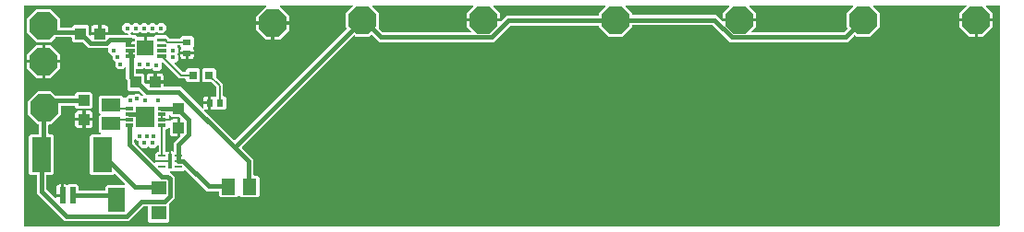
<source format=gbr>
G04 EAGLE Gerber RS-274X export*
G75*
%MOMM*%
%FSLAX34Y34*%
%LPD*%
%INTop Copper*%
%IPPOS*%
%AMOC8*
5,1,8,0,0,1.08239X$1,22.5*%
G01*
%ADD10R,0.508000X0.508000*%
%ADD11C,0.067500*%
%ADD12R,1.630000X1.430000*%
%ADD13P,2.749271X8X22.500000*%
%ADD14R,0.700000X0.600000*%
%ADD15R,1.050000X1.080000*%
%ADD16R,0.800000X0.800000*%
%ADD17R,0.600000X0.700000*%
%ADD18R,0.800000X0.300000*%
%ADD19R,1.750000X1.900000*%
%ADD20R,1.080000X1.050000*%
%ADD21R,0.711200X0.254000*%
%ADD22R,0.381000X1.320800*%
%ADD23R,0.560000X1.500000*%
%ADD24R,1.500000X2.300000*%
%ADD25R,1.400000X1.300000*%
%ADD26R,1.800000X3.200000*%
%ADD27R,1.300000X1.500000*%
%ADD28R,1.803400X1.155700*%
%ADD29C,0.381000*%
%ADD30C,0.127000*%
%ADD31C,0.452400*%

G36*
X895956Y13306D02*
X895956Y13306D01*
X895975Y13304D01*
X896077Y13326D01*
X896179Y13342D01*
X896196Y13352D01*
X896216Y13356D01*
X896305Y13409D01*
X896396Y13458D01*
X896410Y13472D01*
X896427Y13482D01*
X896494Y13561D01*
X896566Y13636D01*
X896574Y13654D01*
X896587Y13669D01*
X896626Y13765D01*
X896669Y13859D01*
X896671Y13879D01*
X896679Y13897D01*
X896697Y14064D01*
X896697Y215936D01*
X896694Y215956D01*
X896696Y215975D01*
X896674Y216077D01*
X896658Y216179D01*
X896648Y216196D01*
X896644Y216216D01*
X896591Y216305D01*
X896542Y216396D01*
X896528Y216410D01*
X896518Y216427D01*
X896439Y216494D01*
X896364Y216566D01*
X896346Y216574D01*
X896331Y216587D01*
X896235Y216626D01*
X896141Y216669D01*
X896121Y216671D01*
X896103Y216679D01*
X895936Y216697D01*
X885194Y216697D01*
X885123Y216686D01*
X885052Y216684D01*
X885003Y216666D01*
X884951Y216658D01*
X884888Y216624D01*
X884821Y216599D01*
X884780Y216567D01*
X884734Y216542D01*
X884685Y216490D01*
X884629Y216446D01*
X884601Y216402D01*
X884565Y216364D01*
X884534Y216299D01*
X884496Y216239D01*
X884483Y216188D01*
X884461Y216141D01*
X884453Y216070D01*
X884436Y216000D01*
X884440Y215948D01*
X884434Y215897D01*
X884449Y215826D01*
X884455Y215755D01*
X884475Y215707D01*
X884486Y215656D01*
X884523Y215595D01*
X884551Y215529D01*
X884596Y215473D01*
X884612Y215445D01*
X884630Y215430D01*
X884656Y215398D01*
X890541Y209513D01*
X890541Y204723D01*
X876062Y204723D01*
X876042Y204720D01*
X876023Y204722D01*
X875921Y204700D01*
X875819Y204683D01*
X875802Y204674D01*
X875782Y204670D01*
X875693Y204617D01*
X875602Y204568D01*
X875588Y204554D01*
X875571Y204544D01*
X875504Y204465D01*
X875433Y204390D01*
X875424Y204372D01*
X875411Y204357D01*
X875373Y204261D01*
X875329Y204167D01*
X875327Y204147D01*
X875319Y204129D01*
X875301Y203962D01*
X875301Y203199D01*
X875299Y203199D01*
X875299Y203962D01*
X875296Y203982D01*
X875298Y204001D01*
X875276Y204103D01*
X875259Y204205D01*
X875250Y204222D01*
X875246Y204242D01*
X875193Y204331D01*
X875144Y204422D01*
X875130Y204436D01*
X875120Y204453D01*
X875041Y204520D01*
X874966Y204591D01*
X874948Y204600D01*
X874933Y204613D01*
X874837Y204652D01*
X874743Y204695D01*
X874723Y204697D01*
X874705Y204705D01*
X874538Y204723D01*
X860059Y204723D01*
X860059Y209513D01*
X865944Y215398D01*
X865986Y215456D01*
X866035Y215508D01*
X866057Y215555D01*
X866088Y215597D01*
X866109Y215666D01*
X866139Y215731D01*
X866145Y215783D01*
X866160Y215833D01*
X866158Y215904D01*
X866166Y215975D01*
X866155Y216026D01*
X866154Y216078D01*
X866129Y216146D01*
X866114Y216216D01*
X866087Y216261D01*
X866069Y216309D01*
X866024Y216365D01*
X865988Y216427D01*
X865948Y216461D01*
X865915Y216501D01*
X865855Y216540D01*
X865801Y216587D01*
X865752Y216606D01*
X865709Y216634D01*
X865639Y216652D01*
X865573Y216679D01*
X865501Y216687D01*
X865470Y216695D01*
X865447Y216693D01*
X865406Y216697D01*
X781694Y216697D01*
X781623Y216686D01*
X781552Y216684D01*
X781503Y216666D01*
X781451Y216658D01*
X781388Y216624D01*
X781321Y216599D01*
X781280Y216567D01*
X781234Y216542D01*
X781185Y216490D01*
X781129Y216446D01*
X781101Y216402D01*
X781065Y216364D01*
X781034Y216299D01*
X780996Y216239D01*
X780983Y216188D01*
X780961Y216141D01*
X780953Y216070D01*
X780936Y216000D01*
X780940Y215948D01*
X780934Y215897D01*
X780949Y215826D01*
X780955Y215755D01*
X780975Y215707D01*
X780986Y215656D01*
X781023Y215595D01*
X781051Y215529D01*
X781096Y215473D01*
X781112Y215445D01*
X781130Y215430D01*
X781156Y215398D01*
X787041Y209513D01*
X787041Y196887D01*
X778113Y187959D01*
X765487Y187959D01*
X764568Y188879D01*
X764551Y188890D01*
X764539Y188906D01*
X764452Y188962D01*
X764368Y189022D01*
X764349Y189028D01*
X764332Y189039D01*
X764232Y189064D01*
X764133Y189095D01*
X764113Y189094D01*
X764094Y189099D01*
X763991Y189091D01*
X763887Y189088D01*
X763868Y189081D01*
X763848Y189080D01*
X763753Y189040D01*
X763656Y189004D01*
X763640Y188991D01*
X763622Y188984D01*
X763491Y188879D01*
X757492Y182879D01*
X649668Y182879D01*
X634016Y198531D01*
X633943Y198584D01*
X633873Y198644D01*
X633843Y198656D01*
X633817Y198675D01*
X633730Y198702D01*
X633645Y198736D01*
X633604Y198740D01*
X633582Y198747D01*
X633549Y198746D01*
X633478Y198754D01*
X560802Y198754D01*
X560782Y198751D01*
X560763Y198753D01*
X560661Y198731D01*
X560559Y198715D01*
X560542Y198705D01*
X560522Y198701D01*
X560433Y198648D01*
X560342Y198599D01*
X560328Y198585D01*
X560311Y198575D01*
X560244Y198496D01*
X560172Y198421D01*
X560164Y198403D01*
X560151Y198388D01*
X560112Y198292D01*
X560069Y198198D01*
X560067Y198178D01*
X560059Y198160D01*
X560041Y197993D01*
X560041Y196887D01*
X551113Y187959D01*
X538487Y187959D01*
X529559Y196887D01*
X529559Y197358D01*
X529556Y197378D01*
X529558Y197397D01*
X529536Y197499D01*
X529520Y197601D01*
X529510Y197618D01*
X529506Y197638D01*
X529453Y197727D01*
X529404Y197818D01*
X529390Y197832D01*
X529380Y197849D01*
X529301Y197916D01*
X529226Y197988D01*
X529208Y197996D01*
X529193Y198009D01*
X529097Y198048D01*
X529003Y198091D01*
X528983Y198093D01*
X528965Y198101D01*
X528798Y198119D01*
X448562Y198119D01*
X448472Y198105D01*
X448381Y198097D01*
X448351Y198085D01*
X448319Y198080D01*
X448238Y198037D01*
X448155Y198001D01*
X448122Y197975D01*
X448102Y197964D01*
X448080Y197941D01*
X448024Y197896D01*
X433007Y182879D01*
X328358Y182879D01*
X321934Y189304D01*
X321918Y189315D01*
X321905Y189331D01*
X321818Y189387D01*
X321734Y189447D01*
X321715Y189453D01*
X321698Y189464D01*
X321598Y189489D01*
X321499Y189520D01*
X321479Y189519D01*
X321460Y189524D01*
X321357Y189516D01*
X321253Y189513D01*
X321235Y189506D01*
X321215Y189505D01*
X321120Y189465D01*
X321022Y189429D01*
X321007Y189416D01*
X320988Y189409D01*
X320857Y189304D01*
X319513Y187959D01*
X306887Y187959D01*
X306033Y188814D01*
X306016Y188825D01*
X306004Y188841D01*
X305917Y188897D01*
X305833Y188957D01*
X305814Y188963D01*
X305797Y188974D01*
X305697Y188999D01*
X305598Y189030D01*
X305578Y189029D01*
X305559Y189034D01*
X305456Y189026D01*
X305352Y189023D01*
X305333Y189016D01*
X305313Y189015D01*
X305218Y188975D01*
X305121Y188939D01*
X305105Y188926D01*
X305087Y188919D01*
X304956Y188814D01*
X202723Y86581D01*
X202711Y86565D01*
X202696Y86552D01*
X202640Y86465D01*
X202579Y86381D01*
X202574Y86362D01*
X202563Y86345D01*
X202538Y86245D01*
X202507Y86146D01*
X202508Y86126D01*
X202503Y86107D01*
X202511Y86004D01*
X202513Y85900D01*
X202520Y85881D01*
X202522Y85861D01*
X202562Y85766D01*
X202598Y85669D01*
X202610Y85653D01*
X202618Y85635D01*
X202723Y85504D01*
X213361Y74867D01*
X213361Y60802D01*
X213364Y60782D01*
X213362Y60763D01*
X213384Y60661D01*
X213400Y60559D01*
X213410Y60542D01*
X213414Y60522D01*
X213467Y60433D01*
X213516Y60342D01*
X213530Y60328D01*
X213540Y60311D01*
X213619Y60244D01*
X213694Y60172D01*
X213712Y60164D01*
X213727Y60151D01*
X213823Y60112D01*
X213917Y60069D01*
X213937Y60067D01*
X213955Y60059D01*
X214122Y60041D01*
X217052Y60041D01*
X218541Y58552D01*
X218541Y41448D01*
X217052Y39959D01*
X201948Y39959D01*
X200538Y41369D01*
X200522Y41380D01*
X200510Y41396D01*
X200422Y41452D01*
X200339Y41512D01*
X200320Y41518D01*
X200303Y41529D01*
X200202Y41554D01*
X200103Y41584D01*
X200084Y41584D01*
X200064Y41589D01*
X199961Y41581D01*
X199858Y41578D01*
X199839Y41571D01*
X199819Y41570D01*
X199724Y41529D01*
X199627Y41494D01*
X199611Y41481D01*
X199593Y41473D01*
X199462Y41369D01*
X198052Y39959D01*
X182948Y39959D01*
X181459Y41448D01*
X181459Y44958D01*
X181456Y44978D01*
X181458Y44997D01*
X181436Y45099D01*
X181420Y45201D01*
X181410Y45218D01*
X181406Y45238D01*
X181353Y45327D01*
X181304Y45418D01*
X181290Y45432D01*
X181280Y45449D01*
X181201Y45516D01*
X181126Y45588D01*
X181108Y45596D01*
X181093Y45609D01*
X180997Y45648D01*
X180903Y45691D01*
X180883Y45693D01*
X180865Y45701D01*
X180698Y45719D01*
X170243Y45719D01*
X150891Y65072D01*
X150875Y65084D01*
X150862Y65099D01*
X150775Y65155D01*
X150691Y65216D01*
X150672Y65221D01*
X150655Y65232D01*
X150555Y65258D01*
X150456Y65288D01*
X150436Y65287D01*
X150417Y65292D01*
X150314Y65284D01*
X150210Y65282D01*
X150191Y65275D01*
X150171Y65273D01*
X150077Y65233D01*
X149979Y65197D01*
X149963Y65185D01*
X149945Y65177D01*
X149814Y65072D01*
X149121Y64379D01*
X140388Y64379D01*
X140275Y64361D01*
X140161Y64345D01*
X140152Y64341D01*
X140145Y64340D01*
X140126Y64329D01*
X140008Y64277D01*
X139906Y64218D01*
X139259Y64045D01*
X137755Y64045D01*
X137684Y64034D01*
X137612Y64032D01*
X137563Y64014D01*
X137512Y64006D01*
X137449Y63972D01*
X137381Y63947D01*
X137341Y63915D01*
X137295Y63890D01*
X137245Y63838D01*
X137189Y63794D01*
X137161Y63750D01*
X137125Y63712D01*
X137095Y63647D01*
X137056Y63587D01*
X137044Y63536D01*
X137022Y63489D01*
X137014Y63418D01*
X136996Y63348D01*
X137000Y63296D01*
X136995Y63245D01*
X137010Y63174D01*
X137015Y63103D01*
X137036Y63055D01*
X137047Y63004D01*
X137084Y62943D01*
X137112Y62877D01*
X137156Y62821D01*
X137173Y62793D01*
X137191Y62778D01*
X137216Y62746D01*
X138144Y61819D01*
X140971Y58992D01*
X140971Y39433D01*
X136114Y34576D01*
X136019Y34481D01*
X136007Y34465D01*
X135991Y34452D01*
X135935Y34366D01*
X135875Y34282D01*
X135869Y34262D01*
X135858Y34245D01*
X135833Y34145D01*
X135803Y34047D01*
X135803Y34026D01*
X135798Y34007D01*
X135806Y33904D01*
X135809Y33801D01*
X135816Y33782D01*
X135817Y33762D01*
X135831Y33730D01*
X135831Y18488D01*
X134342Y16999D01*
X118238Y16999D01*
X116749Y18488D01*
X116749Y30988D01*
X116746Y31008D01*
X116748Y31027D01*
X116726Y31129D01*
X116710Y31231D01*
X116700Y31248D01*
X116696Y31268D01*
X116643Y31357D01*
X116594Y31448D01*
X116580Y31462D01*
X116570Y31479D01*
X116491Y31546D01*
X116416Y31618D01*
X116398Y31626D01*
X116383Y31639D01*
X116287Y31678D01*
X116193Y31721D01*
X116173Y31723D01*
X116155Y31731D01*
X115988Y31749D01*
X112647Y31749D01*
X112557Y31735D01*
X112466Y31727D01*
X112436Y31715D01*
X112404Y31710D01*
X112323Y31667D01*
X112240Y31631D01*
X112207Y31605D01*
X112187Y31594D01*
X112165Y31571D01*
X112109Y31526D01*
X98997Y18414D01*
X40068Y18414D01*
X14604Y43878D01*
X14604Y60228D01*
X14601Y60248D01*
X14603Y60267D01*
X14581Y60369D01*
X14565Y60471D01*
X14555Y60488D01*
X14551Y60508D01*
X14498Y60597D01*
X14449Y60688D01*
X14435Y60702D01*
X14425Y60719D01*
X14346Y60786D01*
X14271Y60858D01*
X14253Y60866D01*
X14238Y60879D01*
X14142Y60918D01*
X14048Y60961D01*
X14028Y60963D01*
X14010Y60971D01*
X13843Y60989D01*
X8778Y60989D01*
X7289Y62478D01*
X7289Y96582D01*
X8778Y98071D01*
X15748Y98071D01*
X15768Y98074D01*
X15787Y98072D01*
X15889Y98094D01*
X15991Y98110D01*
X16008Y98120D01*
X16028Y98124D01*
X16117Y98177D01*
X16208Y98226D01*
X16222Y98240D01*
X16239Y98250D01*
X16306Y98329D01*
X16378Y98404D01*
X16386Y98422D01*
X16399Y98437D01*
X16438Y98533D01*
X16481Y98627D01*
X16483Y98647D01*
X16491Y98665D01*
X16509Y98832D01*
X16509Y106398D01*
X16506Y106418D01*
X16508Y106437D01*
X16486Y106539D01*
X16470Y106641D01*
X16460Y106658D01*
X16456Y106678D01*
X16403Y106767D01*
X16354Y106858D01*
X16340Y106872D01*
X16330Y106889D01*
X16251Y106956D01*
X16176Y107028D01*
X16158Y107036D01*
X16143Y107049D01*
X16047Y107088D01*
X15953Y107131D01*
X15933Y107133D01*
X15915Y107141D01*
X15748Y107159D01*
X15277Y107159D01*
X6349Y116087D01*
X6349Y128713D01*
X15277Y137641D01*
X27903Y137641D01*
X31970Y133574D01*
X32044Y133521D01*
X32113Y133461D01*
X32144Y133449D01*
X32170Y133430D01*
X32257Y133403D01*
X32342Y133369D01*
X32382Y133365D01*
X32405Y133358D01*
X32437Y133359D01*
X32508Y133351D01*
X49098Y133351D01*
X49118Y133354D01*
X49137Y133352D01*
X49239Y133374D01*
X49341Y133390D01*
X49358Y133400D01*
X49378Y133404D01*
X49467Y133457D01*
X49558Y133506D01*
X49572Y133520D01*
X49589Y133530D01*
X49656Y133609D01*
X49728Y133684D01*
X49736Y133702D01*
X49749Y133717D01*
X49788Y133813D01*
X49831Y133907D01*
X49833Y133927D01*
X49841Y133945D01*
X49859Y134112D01*
X49859Y135572D01*
X51348Y137061D01*
X64252Y137061D01*
X65741Y135572D01*
X65741Y122968D01*
X64252Y121479D01*
X51348Y121479D01*
X49859Y122968D01*
X49859Y123698D01*
X49857Y123712D01*
X49858Y123723D01*
X49857Y123728D01*
X49858Y123737D01*
X49836Y123839D01*
X49820Y123941D01*
X49810Y123958D01*
X49806Y123978D01*
X49753Y124067D01*
X49704Y124158D01*
X49690Y124172D01*
X49680Y124189D01*
X49601Y124256D01*
X49526Y124328D01*
X49508Y124336D01*
X49493Y124349D01*
X49397Y124388D01*
X49303Y124431D01*
X49283Y124433D01*
X49265Y124441D01*
X49098Y124459D01*
X37592Y124459D01*
X37572Y124456D01*
X37553Y124458D01*
X37451Y124436D01*
X37349Y124420D01*
X37332Y124410D01*
X37312Y124406D01*
X37223Y124353D01*
X37132Y124304D01*
X37118Y124290D01*
X37101Y124280D01*
X37034Y124201D01*
X36962Y124126D01*
X36954Y124108D01*
X36941Y124093D01*
X36902Y123997D01*
X36859Y123903D01*
X36857Y123883D01*
X36849Y123865D01*
X36831Y123698D01*
X36831Y116087D01*
X27903Y107159D01*
X26162Y107159D01*
X26142Y107156D01*
X26123Y107158D01*
X26021Y107136D01*
X25919Y107120D01*
X25902Y107110D01*
X25882Y107106D01*
X25793Y107053D01*
X25702Y107004D01*
X25688Y106990D01*
X25671Y106980D01*
X25604Y106901D01*
X25532Y106826D01*
X25524Y106808D01*
X25511Y106793D01*
X25472Y106697D01*
X25429Y106603D01*
X25427Y106583D01*
X25419Y106565D01*
X25401Y106398D01*
X25401Y98832D01*
X25404Y98812D01*
X25402Y98793D01*
X25424Y98691D01*
X25440Y98589D01*
X25450Y98572D01*
X25454Y98552D01*
X25507Y98463D01*
X25556Y98372D01*
X25570Y98358D01*
X25580Y98341D01*
X25659Y98274D01*
X25734Y98202D01*
X25752Y98194D01*
X25767Y98181D01*
X25863Y98142D01*
X25957Y98099D01*
X25977Y98097D01*
X25995Y98089D01*
X26162Y98071D01*
X28882Y98071D01*
X30371Y96582D01*
X30371Y62478D01*
X28882Y60989D01*
X24257Y60989D01*
X24237Y60986D01*
X24218Y60988D01*
X24116Y60966D01*
X24014Y60950D01*
X23997Y60940D01*
X23977Y60936D01*
X23888Y60883D01*
X23797Y60834D01*
X23783Y60820D01*
X23766Y60810D01*
X23699Y60731D01*
X23627Y60656D01*
X23619Y60638D01*
X23606Y60623D01*
X23567Y60527D01*
X23524Y60433D01*
X23522Y60413D01*
X23514Y60395D01*
X23496Y60228D01*
X23496Y47877D01*
X23510Y47787D01*
X23518Y47696D01*
X23530Y47666D01*
X23535Y47634D01*
X23578Y47553D01*
X23614Y47470D01*
X23640Y47437D01*
X23651Y47417D01*
X23674Y47395D01*
X23719Y47339D01*
X31540Y39517D01*
X31598Y39476D01*
X31650Y39426D01*
X31697Y39404D01*
X31739Y39374D01*
X31808Y39353D01*
X31873Y39323D01*
X31925Y39317D01*
X31975Y39302D01*
X32046Y39303D01*
X32117Y39296D01*
X32168Y39307D01*
X32220Y39308D01*
X32288Y39333D01*
X32358Y39348D01*
X32403Y39375D01*
X32451Y39392D01*
X32507Y39437D01*
X32569Y39474D01*
X32603Y39514D01*
X32643Y39546D01*
X32682Y39606D01*
X32729Y39661D01*
X32748Y39709D01*
X32776Y39753D01*
X32794Y39822D01*
X32821Y39889D01*
X32829Y39960D01*
X32837Y39992D01*
X32835Y40015D01*
X32839Y40056D01*
X32839Y40511D01*
X37542Y40511D01*
X37561Y40514D01*
X37581Y40512D01*
X37683Y40534D01*
X37785Y40550D01*
X37802Y40560D01*
X37822Y40564D01*
X37911Y40617D01*
X38002Y40666D01*
X38016Y40680D01*
X38033Y40690D01*
X38100Y40769D01*
X38171Y40844D01*
X38180Y40862D01*
X38193Y40877D01*
X38231Y40973D01*
X38275Y41067D01*
X38277Y41087D01*
X38285Y41105D01*
X38303Y41272D01*
X38303Y41787D01*
X38818Y41787D01*
X38838Y41790D01*
X38857Y41788D01*
X38959Y41810D01*
X39061Y41827D01*
X39078Y41836D01*
X39098Y41840D01*
X39187Y41893D01*
X39278Y41942D01*
X39292Y41956D01*
X39309Y41966D01*
X39376Y42045D01*
X39448Y42120D01*
X39456Y42138D01*
X39469Y42153D01*
X39508Y42250D01*
X39551Y42343D01*
X39553Y42363D01*
X39561Y42381D01*
X39579Y42548D01*
X39579Y51951D01*
X41314Y51951D01*
X41961Y51778D01*
X42592Y51413D01*
X42633Y51398D01*
X42670Y51374D01*
X42747Y51354D01*
X42822Y51326D01*
X42866Y51324D01*
X42908Y51314D01*
X42988Y51320D01*
X43068Y51317D01*
X43110Y51330D01*
X43154Y51333D01*
X43227Y51364D01*
X43304Y51387D01*
X43340Y51412D01*
X43380Y51429D01*
X43494Y51520D01*
X43505Y51528D01*
X43507Y51531D01*
X43511Y51534D01*
X43928Y51951D01*
X51632Y51951D01*
X53121Y50462D01*
X53121Y47117D01*
X53124Y47097D01*
X53122Y47078D01*
X53144Y46976D01*
X53160Y46874D01*
X53170Y46857D01*
X53174Y46837D01*
X53227Y46748D01*
X53276Y46657D01*
X53290Y46643D01*
X53300Y46626D01*
X53379Y46559D01*
X53454Y46487D01*
X53472Y46479D01*
X53487Y46466D01*
X53583Y46427D01*
X53677Y46384D01*
X53697Y46382D01*
X53715Y46374D01*
X53882Y46356D01*
X76988Y46356D01*
X77008Y46359D01*
X77027Y46357D01*
X77129Y46379D01*
X77231Y46395D01*
X77248Y46405D01*
X77268Y46409D01*
X77357Y46462D01*
X77448Y46511D01*
X77462Y46525D01*
X77479Y46535D01*
X77546Y46614D01*
X77618Y46689D01*
X77626Y46707D01*
X77639Y46722D01*
X77678Y46818D01*
X77721Y46912D01*
X77723Y46932D01*
X77731Y46950D01*
X77749Y47117D01*
X77749Y50092D01*
X79238Y51581D01*
X94599Y51581D01*
X94670Y51592D01*
X94742Y51594D01*
X94791Y51612D01*
X94842Y51620D01*
X94905Y51654D01*
X94973Y51679D01*
X95013Y51711D01*
X95059Y51736D01*
X95109Y51787D01*
X95165Y51832D01*
X95193Y51876D01*
X95229Y51914D01*
X95259Y51979D01*
X95298Y52039D01*
X95310Y52090D01*
X95332Y52137D01*
X95340Y52208D01*
X95358Y52278D01*
X95354Y52330D01*
X95359Y52381D01*
X95344Y52452D01*
X95339Y52523D01*
X95318Y52571D01*
X95307Y52622D01*
X95270Y52683D01*
X95242Y52749D01*
X95198Y52805D01*
X95181Y52833D01*
X95163Y52848D01*
X95138Y52880D01*
X86494Y61524D01*
X86478Y61536D01*
X86465Y61551D01*
X86378Y61607D01*
X86294Y61668D01*
X86275Y61673D01*
X86258Y61684D01*
X86158Y61710D01*
X86059Y61740D01*
X86039Y61739D01*
X86020Y61744D01*
X85917Y61736D01*
X85813Y61734D01*
X85794Y61727D01*
X85774Y61725D01*
X85680Y61685D01*
X85582Y61649D01*
X85566Y61637D01*
X85548Y61629D01*
X85417Y61524D01*
X84882Y60989D01*
X64778Y60989D01*
X63289Y62478D01*
X63289Y96582D01*
X64778Y98071D01*
X72266Y98071D01*
X72337Y98082D01*
X72409Y98084D01*
X72458Y98102D01*
X72509Y98110D01*
X72572Y98144D01*
X72640Y98169D01*
X72680Y98201D01*
X72726Y98226D01*
X72776Y98278D01*
X72832Y98322D01*
X72860Y98366D01*
X72896Y98404D01*
X72926Y98469D01*
X72965Y98529D01*
X72978Y98580D01*
X72999Y98627D01*
X73007Y98698D01*
X73025Y98768D01*
X73021Y98820D01*
X73027Y98871D01*
X73011Y98942D01*
X73006Y99013D01*
X72985Y99061D01*
X72974Y99112D01*
X72937Y99173D01*
X72909Y99239D01*
X72865Y99295D01*
X72848Y99323D01*
X72830Y99338D01*
X72805Y99370D01*
X71312Y100863D01*
X71312Y114524D01*
X72770Y115982D01*
X72781Y115998D01*
X72797Y116010D01*
X72853Y116098D01*
X72913Y116181D01*
X72919Y116200D01*
X72930Y116217D01*
X72955Y116318D01*
X72985Y116417D01*
X72985Y116436D01*
X72990Y116456D01*
X72982Y116559D01*
X72979Y116662D01*
X72972Y116681D01*
X72971Y116701D01*
X72930Y116796D01*
X72895Y116893D01*
X72882Y116909D01*
X72874Y116927D01*
X72770Y117058D01*
X71312Y118516D01*
X71312Y132177D01*
X72801Y133666D01*
X92939Y133666D01*
X94440Y132165D01*
X94441Y132125D01*
X94459Y132076D01*
X94467Y132025D01*
X94501Y131962D01*
X94526Y131894D01*
X94558Y131854D01*
X94583Y131807D01*
X94635Y131758D01*
X94679Y131702D01*
X94723Y131674D01*
X94761Y131638D01*
X94826Y131608D01*
X94886Y131569D01*
X94937Y131556D01*
X94984Y131534D01*
X95055Y131527D01*
X95125Y131509D01*
X95177Y131513D01*
X95228Y131507D01*
X95299Y131523D01*
X95370Y131528D01*
X95418Y131549D01*
X95469Y131560D01*
X95530Y131596D01*
X95596Y131625D01*
X95652Y131669D01*
X95680Y131686D01*
X95695Y131704D01*
X95727Y131729D01*
X98341Y134343D01*
X102319Y134343D01*
X102332Y134330D01*
X102348Y134319D01*
X102360Y134303D01*
X102448Y134247D01*
X102531Y134187D01*
X102550Y134181D01*
X102567Y134170D01*
X102668Y134145D01*
X102767Y134114D01*
X102786Y134115D01*
X102806Y134110D01*
X102909Y134118D01*
X103012Y134121D01*
X103031Y134128D01*
X103051Y134129D01*
X103146Y134170D01*
X103243Y134205D01*
X103259Y134218D01*
X103277Y134226D01*
X103408Y134330D01*
X104691Y135613D01*
X108669Y135613D01*
X110587Y133695D01*
X110603Y133684D01*
X110615Y133668D01*
X110703Y133612D01*
X110786Y133552D01*
X110805Y133546D01*
X110822Y133535D01*
X110923Y133510D01*
X111022Y133479D01*
X111041Y133480D01*
X111061Y133475D01*
X111164Y133483D01*
X111267Y133486D01*
X111286Y133493D01*
X111306Y133494D01*
X111401Y133535D01*
X111498Y133570D01*
X111514Y133583D01*
X111532Y133591D01*
X111663Y133695D01*
X111667Y133699D01*
X111677Y133714D01*
X111690Y133724D01*
X111691Y133726D01*
X111694Y133728D01*
X111750Y133815D01*
X111811Y133899D01*
X111816Y133918D01*
X111827Y133935D01*
X111853Y134035D01*
X111883Y134134D01*
X111882Y134154D01*
X111887Y134173D01*
X111879Y134276D01*
X111877Y134380D01*
X111870Y134399D01*
X111868Y134418D01*
X111828Y134513D01*
X111792Y134611D01*
X111780Y134626D01*
X111772Y134645D01*
X111667Y134776D01*
X108556Y137886D01*
X108482Y137939D01*
X108413Y137999D01*
X108383Y138011D01*
X108357Y138030D01*
X108270Y138057D01*
X108185Y138091D01*
X108144Y138095D01*
X108122Y138102D01*
X108089Y138101D01*
X108018Y138109D01*
X99248Y138109D01*
X97759Y139598D01*
X97759Y147098D01*
X97745Y147188D01*
X97737Y147279D01*
X97725Y147309D01*
X97720Y147341D01*
X97677Y147422D01*
X97641Y147505D01*
X97615Y147538D01*
X97604Y147558D01*
X97581Y147580D01*
X97536Y147636D01*
X96519Y148653D01*
X96519Y159009D01*
X96508Y159080D01*
X96506Y159152D01*
X96488Y159201D01*
X96480Y159252D01*
X96446Y159315D01*
X96421Y159383D01*
X96389Y159423D01*
X96364Y159470D01*
X96312Y159519D01*
X96268Y159575D01*
X96224Y159603D01*
X96186Y159639D01*
X96121Y159669D01*
X96061Y159708D01*
X96010Y159721D01*
X95963Y159743D01*
X95892Y159750D01*
X95822Y159768D01*
X95770Y159764D01*
X95719Y159770D01*
X95648Y159754D01*
X95577Y159749D01*
X95529Y159728D01*
X95478Y159717D01*
X95417Y159681D01*
X95351Y159652D01*
X95295Y159608D01*
X95267Y159591D01*
X95252Y159573D01*
X95220Y159548D01*
X93429Y157757D01*
X89451Y157757D01*
X86637Y160571D01*
X86637Y164065D01*
X86623Y164155D01*
X86615Y164246D01*
X86603Y164276D01*
X86598Y164308D01*
X86555Y164389D01*
X86519Y164473D01*
X86493Y164505D01*
X86482Y164525D01*
X86459Y164548D01*
X86414Y164604D01*
X84097Y166921D01*
X84097Y169696D01*
X84094Y169716D01*
X84096Y169735D01*
X84074Y169837D01*
X84058Y169939D01*
X84048Y169956D01*
X84044Y169976D01*
X83991Y170065D01*
X83942Y170156D01*
X83928Y170170D01*
X83918Y170187D01*
X83839Y170254D01*
X83764Y170326D01*
X83746Y170334D01*
X83731Y170347D01*
X83635Y170386D01*
X83541Y170429D01*
X83521Y170431D01*
X83503Y170439D01*
X83336Y170457D01*
X83101Y170457D01*
X80287Y173271D01*
X80287Y176403D01*
X80284Y176423D01*
X80286Y176442D01*
X80264Y176544D01*
X80248Y176646D01*
X80238Y176663D01*
X80234Y176683D01*
X80181Y176772D01*
X80132Y176863D01*
X80118Y176877D01*
X80108Y176894D01*
X80029Y176961D01*
X79954Y177033D01*
X79936Y177041D01*
X79921Y177054D01*
X79825Y177093D01*
X79731Y177136D01*
X79711Y177138D01*
X79693Y177146D01*
X79526Y177164D01*
X62293Y177164D01*
X57121Y182336D01*
X57048Y182389D01*
X56978Y182449D01*
X56948Y182461D01*
X56922Y182480D01*
X56835Y182507D01*
X56750Y182541D01*
X56709Y182545D01*
X56687Y182552D01*
X56654Y182551D01*
X56583Y182559D01*
X48448Y182559D01*
X46959Y184048D01*
X46959Y186563D01*
X46956Y186583D01*
X46958Y186602D01*
X46936Y186704D01*
X46920Y186806D01*
X46910Y186823D01*
X46906Y186843D01*
X46853Y186932D01*
X46804Y187023D01*
X46790Y187037D01*
X46780Y187054D01*
X46701Y187121D01*
X46626Y187193D01*
X46608Y187201D01*
X46593Y187214D01*
X46497Y187253D01*
X46403Y187296D01*
X46383Y187298D01*
X46365Y187306D01*
X46198Y187324D01*
X32013Y187324D01*
X31923Y187310D01*
X31832Y187302D01*
X31802Y187290D01*
X31770Y187285D01*
X31690Y187242D01*
X31606Y187206D01*
X31574Y187180D01*
X31553Y187169D01*
X31531Y187146D01*
X31475Y187101D01*
X27113Y182739D01*
X14487Y182739D01*
X5559Y191667D01*
X5559Y204293D01*
X14487Y213221D01*
X27113Y213221D01*
X36041Y204293D01*
X36041Y196977D01*
X36044Y196957D01*
X36042Y196938D01*
X36064Y196836D01*
X36080Y196734D01*
X36090Y196717D01*
X36094Y196697D01*
X36147Y196608D01*
X36196Y196517D01*
X36210Y196503D01*
X36220Y196486D01*
X36299Y196419D01*
X36374Y196347D01*
X36392Y196339D01*
X36407Y196326D01*
X36503Y196287D01*
X36597Y196244D01*
X36617Y196242D01*
X36635Y196234D01*
X36802Y196216D01*
X46198Y196216D01*
X46218Y196219D01*
X46237Y196217D01*
X46339Y196239D01*
X46441Y196255D01*
X46458Y196265D01*
X46478Y196269D01*
X46567Y196322D01*
X46658Y196371D01*
X46672Y196385D01*
X46689Y196395D01*
X46756Y196474D01*
X46828Y196549D01*
X46836Y196567D01*
X46849Y196582D01*
X46888Y196678D01*
X46931Y196772D01*
X46933Y196792D01*
X46941Y196810D01*
X46956Y196949D01*
X48448Y198441D01*
X61052Y198441D01*
X62541Y196952D01*
X62541Y189807D01*
X62555Y189717D01*
X62563Y189626D01*
X62575Y189596D01*
X62580Y189564D01*
X62623Y189484D01*
X62659Y189400D01*
X62685Y189367D01*
X62696Y189347D01*
X62719Y189325D01*
X62764Y189269D01*
X63160Y188873D01*
X63218Y188831D01*
X63270Y188781D01*
X63317Y188759D01*
X63359Y188729D01*
X63428Y188708D01*
X63493Y188678D01*
X63545Y188672D01*
X63595Y188657D01*
X63666Y188658D01*
X63737Y188651D01*
X63788Y188662D01*
X63840Y188663D01*
X63908Y188688D01*
X63978Y188703D01*
X64023Y188730D01*
X64071Y188747D01*
X64127Y188792D01*
X64189Y188829D01*
X64223Y188869D01*
X64263Y188901D01*
X64302Y188961D01*
X64315Y188977D01*
X71488Y188977D01*
X71508Y188980D01*
X71527Y188978D01*
X71629Y189000D01*
X71731Y189017D01*
X71748Y189026D01*
X71768Y189030D01*
X71857Y189083D01*
X71948Y189132D01*
X71962Y189146D01*
X71979Y189156D01*
X72046Y189235D01*
X72117Y189310D01*
X72126Y189328D01*
X72139Y189343D01*
X72178Y189439D01*
X72221Y189533D01*
X72223Y189553D01*
X72231Y189571D01*
X72249Y189738D01*
X72249Y190501D01*
X72251Y190501D01*
X72251Y189738D01*
X72254Y189718D01*
X72252Y189699D01*
X72274Y189597D01*
X72291Y189495D01*
X72300Y189478D01*
X72304Y189458D01*
X72357Y189369D01*
X72406Y189278D01*
X72420Y189264D01*
X72430Y189247D01*
X72509Y189180D01*
X72584Y189109D01*
X72602Y189100D01*
X72617Y189087D01*
X72713Y189048D01*
X72807Y189005D01*
X72827Y189003D01*
X72845Y188995D01*
X73012Y188977D01*
X79504Y188977D01*
X79594Y188992D01*
X79685Y188999D01*
X79715Y189011D01*
X79747Y189017D01*
X79828Y189059D01*
X79912Y189095D01*
X79944Y189121D01*
X79964Y189132D01*
X79987Y189155D01*
X80043Y189200D01*
X80073Y189231D01*
X97569Y189231D01*
X97609Y189237D01*
X97649Y189235D01*
X97811Y189270D01*
X97812Y189270D01*
X97812Y189271D01*
X97813Y189271D01*
X97883Y189295D01*
X97884Y189295D01*
X97982Y189347D01*
X98101Y189410D01*
X98182Y189495D01*
X98270Y189588D01*
X98271Y189588D01*
X98320Y189694D01*
X98374Y189811D01*
X98374Y189812D01*
X98385Y189913D01*
X98401Y190055D01*
X98401Y190056D01*
X98375Y190173D01*
X98349Y190296D01*
X98348Y190296D01*
X98290Y190394D01*
X98222Y190507D01*
X98128Y190588D01*
X98036Y190667D01*
X98035Y190667D01*
X97938Y190706D01*
X97807Y190759D01*
X97806Y190759D01*
X97641Y190777D01*
X95801Y190777D01*
X92987Y193591D01*
X92987Y197569D01*
X95801Y200383D01*
X99779Y200383D01*
X101062Y199100D01*
X101078Y199089D01*
X101090Y199073D01*
X101178Y199017D01*
X101261Y198957D01*
X101280Y198951D01*
X101297Y198940D01*
X101398Y198915D01*
X101497Y198884D01*
X101516Y198885D01*
X101536Y198880D01*
X101639Y198888D01*
X101742Y198891D01*
X101761Y198898D01*
X101781Y198899D01*
X101876Y198940D01*
X101973Y198975D01*
X101989Y198988D01*
X102007Y198996D01*
X102138Y199100D01*
X103421Y200383D01*
X107399Y200383D01*
X108682Y199100D01*
X108698Y199089D01*
X108710Y199073D01*
X108798Y199017D01*
X108881Y198957D01*
X108900Y198951D01*
X108917Y198940D01*
X109018Y198915D01*
X109117Y198884D01*
X109136Y198885D01*
X109156Y198880D01*
X109259Y198888D01*
X109362Y198891D01*
X109381Y198898D01*
X109401Y198899D01*
X109496Y198940D01*
X109593Y198975D01*
X109609Y198988D01*
X109627Y198996D01*
X109758Y199100D01*
X111041Y200383D01*
X115019Y200383D01*
X116302Y199100D01*
X116318Y199089D01*
X116330Y199073D01*
X116418Y199017D01*
X116501Y198957D01*
X116520Y198951D01*
X116537Y198940D01*
X116638Y198915D01*
X116737Y198884D01*
X116756Y198885D01*
X116776Y198880D01*
X116879Y198888D01*
X116982Y198891D01*
X117001Y198898D01*
X117021Y198899D01*
X117116Y198940D01*
X117213Y198975D01*
X117229Y198988D01*
X117247Y198996D01*
X117378Y199100D01*
X118661Y200383D01*
X122639Y200383D01*
X123922Y199100D01*
X123938Y199089D01*
X123950Y199073D01*
X124038Y199017D01*
X124121Y198957D01*
X124140Y198951D01*
X124157Y198940D01*
X124258Y198915D01*
X124357Y198884D01*
X124376Y198885D01*
X124396Y198880D01*
X124499Y198888D01*
X124602Y198891D01*
X124621Y198898D01*
X124641Y198899D01*
X124736Y198940D01*
X124833Y198975D01*
X124849Y198988D01*
X124867Y198996D01*
X124998Y199100D01*
X126281Y200383D01*
X130259Y200383D01*
X133073Y197569D01*
X133073Y193591D01*
X130259Y190777D01*
X126281Y190777D01*
X124998Y192060D01*
X124982Y192071D01*
X124970Y192087D01*
X124882Y192143D01*
X124799Y192203D01*
X124780Y192209D01*
X124763Y192220D01*
X124662Y192245D01*
X124563Y192276D01*
X124544Y192275D01*
X124524Y192280D01*
X124421Y192272D01*
X124318Y192269D01*
X124299Y192262D01*
X124279Y192261D01*
X124184Y192220D01*
X124087Y192185D01*
X124071Y192172D01*
X124053Y192164D01*
X123922Y192060D01*
X122639Y190777D01*
X118661Y190777D01*
X117378Y192060D01*
X117362Y192071D01*
X117350Y192087D01*
X117262Y192143D01*
X117179Y192203D01*
X117160Y192209D01*
X117143Y192220D01*
X117042Y192245D01*
X116943Y192276D01*
X116924Y192275D01*
X116904Y192280D01*
X116801Y192272D01*
X116698Y192269D01*
X116679Y192262D01*
X116659Y192261D01*
X116564Y192220D01*
X116467Y192185D01*
X116451Y192172D01*
X116433Y192164D01*
X116302Y192060D01*
X115019Y190777D01*
X111041Y190777D01*
X109758Y192060D01*
X109742Y192071D01*
X109730Y192087D01*
X109642Y192143D01*
X109559Y192203D01*
X109540Y192209D01*
X109523Y192220D01*
X109422Y192245D01*
X109323Y192276D01*
X109304Y192275D01*
X109284Y192280D01*
X109181Y192272D01*
X109078Y192269D01*
X109059Y192262D01*
X109039Y192261D01*
X108944Y192220D01*
X108847Y192185D01*
X108831Y192172D01*
X108813Y192164D01*
X108682Y192060D01*
X107399Y190777D01*
X103421Y190777D01*
X102138Y192060D01*
X102122Y192071D01*
X102110Y192087D01*
X102022Y192143D01*
X101939Y192203D01*
X101920Y192209D01*
X101903Y192220D01*
X101802Y192245D01*
X101703Y192276D01*
X101684Y192275D01*
X101664Y192280D01*
X101561Y192272D01*
X101458Y192269D01*
X101439Y192262D01*
X101419Y192261D01*
X101324Y192220D01*
X101227Y192185D01*
X101211Y192172D01*
X101193Y192164D01*
X101062Y192060D01*
X100240Y191238D01*
X100229Y191222D01*
X100213Y191209D01*
X100157Y191122D01*
X100097Y191039D01*
X100091Y191019D01*
X100080Y191002D01*
X100055Y190902D01*
X100024Y190803D01*
X100025Y190783D01*
X100020Y190763D01*
X100028Y190661D01*
X100031Y190558D01*
X100038Y190538D01*
X100039Y190518D01*
X100080Y190424D01*
X100115Y190327D01*
X100128Y190311D01*
X100136Y190292D01*
X100204Y190215D01*
X100269Y190135D01*
X100286Y190124D01*
X100300Y190108D01*
X100441Y190018D01*
X101952Y189270D01*
X102038Y189243D01*
X102123Y189209D01*
X102164Y189205D01*
X102187Y189198D01*
X102219Y189199D01*
X102289Y189191D01*
X105005Y189191D01*
X106482Y187714D01*
X106556Y187661D01*
X106625Y187601D01*
X106655Y187589D01*
X106681Y187570D01*
X106768Y187543D01*
X106853Y187509D01*
X106894Y187505D01*
X106917Y187498D01*
X106949Y187499D01*
X107020Y187491D01*
X112777Y187491D01*
X112777Y183891D01*
X112792Y183801D01*
X112799Y183710D01*
X112811Y183680D01*
X112817Y183648D01*
X112859Y183567D01*
X112895Y183483D01*
X112921Y183451D01*
X112932Y183430D01*
X112955Y183408D01*
X113000Y183352D01*
X113127Y183225D01*
X113143Y183214D01*
X113155Y183198D01*
X113243Y183142D01*
X113326Y183082D01*
X113345Y183076D01*
X113362Y183065D01*
X113462Y183040D01*
X113561Y183009D01*
X113581Y183010D01*
X113601Y183005D01*
X113704Y183013D01*
X113807Y183016D01*
X113826Y183023D01*
X113846Y183024D01*
X113941Y183065D01*
X114038Y183100D01*
X114054Y183113D01*
X114072Y183121D01*
X114203Y183225D01*
X115600Y184622D01*
X115653Y184696D01*
X115713Y184766D01*
X115725Y184796D01*
X115744Y184822D01*
X115771Y184909D01*
X115805Y184994D01*
X115809Y185035D01*
X115816Y185057D01*
X115815Y185089D01*
X115823Y185161D01*
X115823Y187491D01*
X121580Y187491D01*
X121670Y187505D01*
X121761Y187513D01*
X121791Y187525D01*
X121823Y187530D01*
X121903Y187573D01*
X121987Y187609D01*
X122019Y187635D01*
X122040Y187646D01*
X122062Y187669D01*
X122118Y187714D01*
X123595Y189191D01*
X133705Y189191D01*
X135391Y187505D01*
X135391Y186916D01*
X135405Y186826D01*
X135413Y186735D01*
X135425Y186705D01*
X135430Y186673D01*
X135473Y186592D01*
X135509Y186508D01*
X135535Y186476D01*
X135546Y186456D01*
X135569Y186433D01*
X135614Y186377D01*
X135713Y186279D01*
X135787Y186225D01*
X135856Y186166D01*
X135886Y186154D01*
X135912Y186135D01*
X135999Y186108D01*
X136084Y186074D01*
X136125Y186070D01*
X136147Y186063D01*
X136179Y186064D01*
X136251Y186056D01*
X145598Y186056D01*
X145618Y186059D01*
X145637Y186057D01*
X145739Y186079D01*
X145841Y186095D01*
X145858Y186105D01*
X145878Y186109D01*
X145967Y186162D01*
X146058Y186211D01*
X146072Y186225D01*
X146089Y186235D01*
X146156Y186314D01*
X146228Y186389D01*
X146236Y186407D01*
X146249Y186422D01*
X146288Y186518D01*
X146331Y186612D01*
X146333Y186632D01*
X146341Y186650D01*
X146359Y186817D01*
X146359Y186852D01*
X147848Y188341D01*
X156952Y188341D01*
X158441Y186852D01*
X158441Y178748D01*
X158024Y178331D01*
X157998Y178295D01*
X157966Y178266D01*
X157927Y178196D01*
X157881Y178131D01*
X157868Y178089D01*
X157846Y178051D01*
X157832Y177973D01*
X157808Y177896D01*
X157809Y177852D01*
X157801Y177809D01*
X157812Y177730D01*
X157815Y177650D01*
X157830Y177609D01*
X157836Y177566D01*
X157894Y177432D01*
X157899Y177419D01*
X157901Y177417D01*
X157903Y177412D01*
X158268Y176781D01*
X158441Y176134D01*
X158441Y174299D01*
X153138Y174299D01*
X153119Y174296D01*
X153099Y174298D01*
X152997Y174276D01*
X152895Y174260D01*
X152878Y174250D01*
X152858Y174246D01*
X152769Y174193D01*
X152678Y174144D01*
X152664Y174130D01*
X152647Y174120D01*
X152580Y174041D01*
X152509Y173966D01*
X152500Y173948D01*
X152487Y173933D01*
X152449Y173837D01*
X152405Y173743D01*
X152403Y173723D01*
X152396Y173705D01*
X152383Y173781D01*
X152374Y173798D01*
X152370Y173818D01*
X152317Y173907D01*
X152268Y173998D01*
X152254Y174012D01*
X152244Y174029D01*
X152165Y174096D01*
X152090Y174168D01*
X152072Y174176D01*
X152057Y174189D01*
X151960Y174228D01*
X151867Y174271D01*
X151847Y174273D01*
X151829Y174281D01*
X151662Y174299D01*
X146359Y174299D01*
X146359Y176134D01*
X146532Y176781D01*
X146897Y177412D01*
X146912Y177453D01*
X146936Y177490D01*
X146956Y177567D01*
X146984Y177642D01*
X146986Y177686D01*
X146996Y177728D01*
X146990Y177808D01*
X146993Y177888D01*
X146980Y177930D01*
X146977Y177974D01*
X146946Y178047D01*
X146923Y178124D01*
X146898Y178160D01*
X146881Y178200D01*
X146790Y178314D01*
X146782Y178325D01*
X146779Y178327D01*
X146776Y178331D01*
X146359Y178748D01*
X146359Y178943D01*
X146356Y178963D01*
X146358Y178982D01*
X146336Y179084D01*
X146320Y179186D01*
X146310Y179203D01*
X146306Y179223D01*
X146253Y179312D01*
X146204Y179403D01*
X146190Y179417D01*
X146180Y179434D01*
X146101Y179501D01*
X146026Y179573D01*
X146008Y179581D01*
X145993Y179594D01*
X145897Y179633D01*
X145803Y179676D01*
X145783Y179678D01*
X145765Y179686D01*
X145598Y179704D01*
X143886Y179704D01*
X143815Y179693D01*
X143743Y179691D01*
X143694Y179673D01*
X143643Y179665D01*
X143580Y179631D01*
X143512Y179606D01*
X143472Y179574D01*
X143425Y179549D01*
X143376Y179497D01*
X143320Y179453D01*
X143292Y179409D01*
X143256Y179371D01*
X143226Y179306D01*
X143187Y179246D01*
X143174Y179195D01*
X143152Y179148D01*
X143145Y179077D01*
X143127Y179007D01*
X143131Y178955D01*
X143125Y178904D01*
X143141Y178833D01*
X143146Y178762D01*
X143167Y178714D01*
X143178Y178663D01*
X143214Y178602D01*
X143243Y178536D01*
X143287Y178480D01*
X143304Y178452D01*
X143322Y178437D01*
X143347Y178405D01*
X144503Y177249D01*
X144503Y173271D01*
X143855Y172623D01*
X143844Y172607D01*
X143828Y172595D01*
X143772Y172507D01*
X143712Y172424D01*
X143706Y172405D01*
X143695Y172388D01*
X143670Y172287D01*
X143639Y172188D01*
X143640Y172169D01*
X143635Y172149D01*
X143643Y172046D01*
X143646Y171943D01*
X143653Y171924D01*
X143654Y171904D01*
X143695Y171809D01*
X143730Y171712D01*
X143743Y171696D01*
X143751Y171678D01*
X143855Y171547D01*
X144503Y170899D01*
X144503Y166921D01*
X141689Y164107D01*
X141307Y164107D01*
X141236Y164096D01*
X141164Y164094D01*
X141115Y164076D01*
X141064Y164068D01*
X141001Y164034D01*
X140933Y164009D01*
X140893Y163977D01*
X140847Y163952D01*
X140797Y163900D01*
X140741Y163856D01*
X140713Y163812D01*
X140677Y163774D01*
X140647Y163709D01*
X140608Y163649D01*
X140596Y163598D01*
X140574Y163551D01*
X140566Y163480D01*
X140548Y163410D01*
X140552Y163358D01*
X140546Y163307D01*
X140562Y163236D01*
X140567Y163165D01*
X140588Y163117D01*
X140599Y163066D01*
X140636Y163005D01*
X140664Y162939D01*
X140708Y162883D01*
X140725Y162855D01*
X140743Y162840D01*
X140768Y162808D01*
X147777Y155799D01*
X147851Y155746D01*
X147921Y155686D01*
X147951Y155674D01*
X147977Y155655D01*
X148064Y155628D01*
X148149Y155594D01*
X148190Y155590D01*
X148212Y155583D01*
X148244Y155584D01*
X148316Y155576D01*
X150298Y155576D01*
X150318Y155579D01*
X150337Y155577D01*
X150439Y155599D01*
X150541Y155615D01*
X150558Y155625D01*
X150578Y155629D01*
X150667Y155682D01*
X150758Y155731D01*
X150772Y155745D01*
X150789Y155755D01*
X150856Y155834D01*
X150928Y155909D01*
X150936Y155927D01*
X150949Y155942D01*
X150988Y156038D01*
X151031Y156132D01*
X151033Y156152D01*
X151041Y156170D01*
X151059Y156337D01*
X151059Y157452D01*
X152548Y158941D01*
X162652Y158941D01*
X164141Y157452D01*
X164141Y147348D01*
X162652Y145859D01*
X152548Y145859D01*
X151059Y147348D01*
X151059Y148463D01*
X151056Y148483D01*
X151058Y148502D01*
X151036Y148604D01*
X151020Y148706D01*
X151010Y148723D01*
X151006Y148743D01*
X150953Y148832D01*
X150904Y148923D01*
X150890Y148937D01*
X150880Y148954D01*
X150801Y149021D01*
X150726Y149093D01*
X150708Y149101D01*
X150693Y149114D01*
X150597Y149153D01*
X150503Y149196D01*
X150483Y149198D01*
X150465Y149206D01*
X150298Y149224D01*
X145370Y149224D01*
X130562Y164032D01*
X130504Y164073D01*
X130452Y164123D01*
X130405Y164145D01*
X130363Y164175D01*
X130294Y164196D01*
X130229Y164226D01*
X130177Y164232D01*
X130127Y164247D01*
X130056Y164246D01*
X129985Y164254D01*
X129934Y164242D01*
X129882Y164241D01*
X129814Y164216D01*
X129744Y164201D01*
X129699Y164175D01*
X129651Y164157D01*
X129595Y164112D01*
X129533Y164075D01*
X129499Y164036D01*
X129459Y164003D01*
X129420Y163943D01*
X129373Y163888D01*
X129354Y163840D01*
X129326Y163796D01*
X129308Y163727D01*
X129281Y163660D01*
X129273Y163589D01*
X129265Y163558D01*
X129267Y163534D01*
X129263Y163493D01*
X129263Y159301D01*
X126449Y156487D01*
X122471Y156487D01*
X120553Y158405D01*
X120537Y158416D01*
X120525Y158432D01*
X120437Y158488D01*
X120354Y158548D01*
X120335Y158554D01*
X120318Y158565D01*
X120217Y158590D01*
X120118Y158621D01*
X120099Y158620D01*
X120079Y158625D01*
X119976Y158617D01*
X119873Y158614D01*
X119854Y158607D01*
X119834Y158606D01*
X119739Y158565D01*
X119642Y158530D01*
X119626Y158517D01*
X119608Y158509D01*
X119477Y158405D01*
X118829Y157757D01*
X114851Y157757D01*
X113568Y159040D01*
X113552Y159051D01*
X113540Y159067D01*
X113452Y159123D01*
X113369Y159183D01*
X113350Y159189D01*
X113333Y159200D01*
X113232Y159225D01*
X113133Y159256D01*
X113114Y159255D01*
X113094Y159260D01*
X112991Y159252D01*
X112888Y159249D01*
X112869Y159242D01*
X112849Y159241D01*
X112754Y159200D01*
X112657Y159165D01*
X112641Y159152D01*
X112623Y159144D01*
X112492Y159040D01*
X111209Y157757D01*
X107231Y157757D01*
X106710Y158278D01*
X106652Y158320D01*
X106600Y158369D01*
X106553Y158391D01*
X106511Y158421D01*
X106442Y158442D01*
X106377Y158473D01*
X106325Y158478D01*
X106275Y158494D01*
X106204Y158492D01*
X106133Y158500D01*
X106082Y158489D01*
X106030Y158487D01*
X105962Y158463D01*
X105892Y158447D01*
X105847Y158421D01*
X105799Y158403D01*
X105743Y158358D01*
X105681Y158321D01*
X105647Y158282D01*
X105607Y158249D01*
X105568Y158189D01*
X105521Y158134D01*
X105502Y158086D01*
X105474Y158042D01*
X105456Y157973D01*
X105429Y157906D01*
X105421Y157835D01*
X105413Y157804D01*
X105415Y157780D01*
X105411Y157739D01*
X105411Y154752D01*
X105414Y154732D01*
X105412Y154713D01*
X105434Y154611D01*
X105450Y154509D01*
X105460Y154492D01*
X105464Y154472D01*
X105517Y154383D01*
X105566Y154292D01*
X105580Y154278D01*
X105590Y154261D01*
X105669Y154194D01*
X105744Y154122D01*
X105762Y154114D01*
X105777Y154101D01*
X105873Y154062D01*
X105967Y154019D01*
X105987Y154017D01*
X106005Y154009D01*
X106172Y153991D01*
X111852Y153991D01*
X113341Y152502D01*
X113341Y145992D01*
X113355Y145902D01*
X113363Y145811D01*
X113375Y145781D01*
X113380Y145749D01*
X113423Y145668D01*
X113459Y145585D01*
X113485Y145552D01*
X113496Y145532D01*
X113519Y145510D01*
X113564Y145454D01*
X114267Y144750D01*
X114341Y144697D01*
X114411Y144637D01*
X114441Y144625D01*
X114467Y144606D01*
X114554Y144579D01*
X114639Y144545D01*
X114680Y144541D01*
X114702Y144534D01*
X114734Y144535D01*
X114806Y144527D01*
X122288Y144527D01*
X122308Y144530D01*
X122327Y144528D01*
X122429Y144550D01*
X122531Y144567D01*
X122548Y144576D01*
X122568Y144580D01*
X122657Y144633D01*
X122748Y144682D01*
X122762Y144696D01*
X122779Y144706D01*
X122846Y144785D01*
X122917Y144860D01*
X122926Y144878D01*
X122939Y144893D01*
X122978Y144989D01*
X123021Y145083D01*
X123023Y145103D01*
X123031Y145121D01*
X123049Y145288D01*
X123049Y146051D01*
X123051Y146051D01*
X123051Y145288D01*
X123054Y145268D01*
X123052Y145249D01*
X123074Y145147D01*
X123091Y145045D01*
X123100Y145028D01*
X123104Y145008D01*
X123157Y144919D01*
X123206Y144828D01*
X123220Y144814D01*
X123230Y144797D01*
X123309Y144730D01*
X123384Y144659D01*
X123402Y144650D01*
X123417Y144637D01*
X123513Y144598D01*
X123607Y144555D01*
X123627Y144553D01*
X123645Y144545D01*
X123812Y144527D01*
X130841Y144527D01*
X130841Y142367D01*
X130844Y142347D01*
X130842Y142328D01*
X130864Y142226D01*
X130880Y142124D01*
X130890Y142107D01*
X130894Y142087D01*
X130947Y141998D01*
X130996Y141907D01*
X131010Y141893D01*
X131020Y141876D01*
X131099Y141809D01*
X131174Y141737D01*
X131192Y141729D01*
X131207Y141716D01*
X131303Y141677D01*
X131397Y141634D01*
X131417Y141632D01*
X131435Y141624D01*
X131602Y141606D01*
X146622Y141606D01*
X149449Y138779D01*
X166055Y122172D01*
X166094Y122145D01*
X166126Y122109D01*
X166193Y122073D01*
X166254Y122029D01*
X166300Y122015D01*
X166342Y121992D01*
X166417Y121979D01*
X166490Y121957D01*
X166537Y121958D01*
X166585Y121950D01*
X166660Y121961D01*
X166735Y121963D01*
X166781Y121979D01*
X166828Y121987D01*
X166895Y122021D01*
X166966Y122047D01*
X167004Y122077D01*
X167047Y122099D01*
X167099Y122154D01*
X167158Y122201D01*
X167184Y122241D01*
X167218Y122276D01*
X167250Y122344D01*
X167291Y122408D01*
X167303Y122455D01*
X167324Y122498D01*
X167333Y122573D01*
X167352Y122647D01*
X167348Y122694D01*
X167354Y122742D01*
X167334Y122870D01*
X167332Y122892D01*
X167330Y122898D01*
X167328Y122908D01*
X167259Y123166D01*
X167259Y125501D01*
X171301Y125501D01*
X171301Y120959D01*
X169466Y120959D01*
X169208Y121028D01*
X169160Y121033D01*
X169114Y121047D01*
X169038Y121045D01*
X168963Y121053D01*
X168916Y121042D01*
X168868Y121041D01*
X168797Y121015D01*
X168723Y120998D01*
X168682Y120973D01*
X168637Y120956D01*
X168578Y120909D01*
X168514Y120869D01*
X168483Y120833D01*
X168445Y120803D01*
X168404Y120739D01*
X168356Y120681D01*
X168338Y120636D01*
X168312Y120596D01*
X168294Y120522D01*
X168266Y120452D01*
X168264Y120404D01*
X168252Y120357D01*
X168258Y120282D01*
X168255Y120206D01*
X168268Y120160D01*
X168271Y120112D01*
X168301Y120042D01*
X168322Y119969D01*
X168349Y119930D01*
X168368Y119886D01*
X168448Y119785D01*
X168461Y119767D01*
X168466Y119763D01*
X168472Y119755D01*
X195359Y92868D01*
X195375Y92856D01*
X195388Y92841D01*
X195475Y92785D01*
X195559Y92724D01*
X195578Y92719D01*
X195595Y92708D01*
X195695Y92683D01*
X195794Y92652D01*
X195814Y92653D01*
X195833Y92648D01*
X195936Y92656D01*
X196040Y92658D01*
X196059Y92665D01*
X196078Y92667D01*
X196173Y92707D01*
X196271Y92743D01*
X196287Y92755D01*
X196305Y92763D01*
X196436Y92868D01*
X298669Y195101D01*
X298680Y195117D01*
X298696Y195130D01*
X298752Y195217D01*
X298812Y195301D01*
X298818Y195320D01*
X298829Y195337D01*
X298854Y195437D01*
X298885Y195536D01*
X298884Y195556D01*
X298889Y195575D01*
X298881Y195678D01*
X298878Y195782D01*
X298871Y195801D01*
X298870Y195820D01*
X298830Y195915D01*
X298794Y196013D01*
X298781Y196028D01*
X298774Y196047D01*
X298669Y196178D01*
X297959Y196887D01*
X297959Y209513D01*
X303844Y215398D01*
X303886Y215456D01*
X303935Y215508D01*
X303957Y215555D01*
X303988Y215597D01*
X304009Y215666D01*
X304039Y215731D01*
X304045Y215783D01*
X304060Y215833D01*
X304058Y215904D01*
X304066Y215975D01*
X304055Y216026D01*
X304054Y216078D01*
X304029Y216146D01*
X304014Y216216D01*
X303987Y216261D01*
X303969Y216309D01*
X303924Y216365D01*
X303888Y216427D01*
X303848Y216461D01*
X303815Y216501D01*
X303755Y216540D01*
X303701Y216587D01*
X303652Y216606D01*
X303609Y216634D01*
X303539Y216652D01*
X303473Y216679D01*
X303401Y216687D01*
X303370Y216695D01*
X303347Y216693D01*
X303306Y216697D01*
X237884Y216697D01*
X237813Y216686D01*
X237742Y216684D01*
X237693Y216666D01*
X237641Y216658D01*
X237578Y216624D01*
X237511Y216599D01*
X237470Y216567D01*
X237424Y216542D01*
X237375Y216490D01*
X237319Y216446D01*
X237291Y216402D01*
X237255Y216364D01*
X237224Y216299D01*
X237186Y216239D01*
X237173Y216188D01*
X237151Y216141D01*
X237143Y216070D01*
X237126Y216000D01*
X237130Y215948D01*
X237124Y215897D01*
X237139Y215826D01*
X237145Y215755D01*
X237165Y215707D01*
X237176Y215656D01*
X237213Y215595D01*
X237241Y215529D01*
X237286Y215473D01*
X237302Y215445D01*
X237320Y215430D01*
X237346Y215398D01*
X246221Y206523D01*
X246221Y201733D01*
X231742Y201733D01*
X231722Y201730D01*
X231703Y201732D01*
X231601Y201710D01*
X231499Y201693D01*
X231482Y201684D01*
X231462Y201680D01*
X231373Y201627D01*
X231282Y201578D01*
X231268Y201564D01*
X231251Y201554D01*
X231184Y201475D01*
X231113Y201400D01*
X231104Y201382D01*
X231091Y201367D01*
X231053Y201271D01*
X231009Y201177D01*
X231007Y201157D01*
X230999Y201139D01*
X230981Y200972D01*
X230981Y200209D01*
X230979Y200209D01*
X230979Y200972D01*
X230976Y200992D01*
X230978Y201011D01*
X230956Y201113D01*
X230939Y201215D01*
X230930Y201232D01*
X230926Y201252D01*
X230873Y201341D01*
X230824Y201432D01*
X230810Y201446D01*
X230800Y201463D01*
X230721Y201530D01*
X230646Y201601D01*
X230628Y201610D01*
X230613Y201623D01*
X230517Y201662D01*
X230423Y201705D01*
X230403Y201707D01*
X230385Y201715D01*
X230218Y201733D01*
X215739Y201733D01*
X215739Y206523D01*
X224614Y215398D01*
X224656Y215456D01*
X224705Y215508D01*
X224727Y215555D01*
X224758Y215597D01*
X224779Y215666D01*
X224809Y215731D01*
X224815Y215783D01*
X224830Y215833D01*
X224828Y215904D01*
X224836Y215975D01*
X224825Y216026D01*
X224824Y216078D01*
X224799Y216146D01*
X224784Y216216D01*
X224757Y216261D01*
X224739Y216309D01*
X224694Y216365D01*
X224658Y216427D01*
X224618Y216461D01*
X224585Y216501D01*
X224525Y216540D01*
X224471Y216587D01*
X224422Y216606D01*
X224379Y216634D01*
X224309Y216652D01*
X224243Y216679D01*
X224171Y216687D01*
X224140Y216695D01*
X224117Y216693D01*
X224076Y216697D01*
X4064Y216697D01*
X4044Y216694D01*
X4025Y216696D01*
X3923Y216674D01*
X3821Y216658D01*
X3804Y216648D01*
X3784Y216644D01*
X3695Y216591D01*
X3604Y216542D01*
X3590Y216528D01*
X3573Y216518D01*
X3506Y216439D01*
X3434Y216364D01*
X3426Y216346D01*
X3413Y216331D01*
X3374Y216235D01*
X3331Y216141D01*
X3329Y216121D01*
X3321Y216103D01*
X3303Y215936D01*
X3303Y14064D01*
X3306Y14044D01*
X3304Y14025D01*
X3326Y13923D01*
X3342Y13821D01*
X3352Y13804D01*
X3356Y13784D01*
X3409Y13695D01*
X3458Y13604D01*
X3472Y13590D01*
X3482Y13573D01*
X3561Y13506D01*
X3636Y13434D01*
X3654Y13426D01*
X3669Y13413D01*
X3765Y13374D01*
X3859Y13331D01*
X3879Y13329D01*
X3897Y13321D01*
X4064Y13303D01*
X895936Y13303D01*
X895956Y13306D01*
G37*
G36*
X753583Y191785D02*
X753583Y191785D01*
X753674Y191793D01*
X753704Y191805D01*
X753736Y191810D01*
X753816Y191853D01*
X753900Y191889D01*
X753933Y191915D01*
X753953Y191926D01*
X753975Y191949D01*
X754031Y191994D01*
X757204Y195166D01*
X757215Y195182D01*
X757231Y195195D01*
X757287Y195282D01*
X757347Y195366D01*
X757353Y195385D01*
X757364Y195402D01*
X757389Y195502D01*
X757420Y195601D01*
X757419Y195621D01*
X757424Y195640D01*
X757416Y195743D01*
X757413Y195847D01*
X757406Y195865D01*
X757405Y195885D01*
X757365Y195980D01*
X757329Y196078D01*
X757316Y196093D01*
X757309Y196112D01*
X757204Y196243D01*
X756559Y196887D01*
X756559Y209513D01*
X762444Y215398D01*
X762486Y215456D01*
X762535Y215508D01*
X762557Y215555D01*
X762588Y215597D01*
X762609Y215666D01*
X762639Y215731D01*
X762645Y215783D01*
X762660Y215833D01*
X762658Y215904D01*
X762666Y215975D01*
X762655Y216026D01*
X762654Y216078D01*
X762629Y216146D01*
X762614Y216216D01*
X762587Y216261D01*
X762569Y216309D01*
X762524Y216365D01*
X762488Y216427D01*
X762448Y216461D01*
X762415Y216501D01*
X762355Y216540D01*
X762301Y216587D01*
X762252Y216606D01*
X762209Y216634D01*
X762139Y216652D01*
X762073Y216679D01*
X762001Y216687D01*
X761970Y216695D01*
X761947Y216693D01*
X761906Y216697D01*
X668194Y216697D01*
X668123Y216686D01*
X668052Y216684D01*
X668003Y216666D01*
X667951Y216658D01*
X667888Y216624D01*
X667821Y216599D01*
X667780Y216567D01*
X667734Y216542D01*
X667685Y216490D01*
X667629Y216446D01*
X667601Y216402D01*
X667565Y216364D01*
X667534Y216299D01*
X667496Y216239D01*
X667483Y216188D01*
X667461Y216141D01*
X667453Y216070D01*
X667436Y216000D01*
X667440Y215948D01*
X667434Y215897D01*
X667449Y215826D01*
X667455Y215755D01*
X667475Y215707D01*
X667486Y215656D01*
X667523Y215595D01*
X667551Y215529D01*
X667596Y215473D01*
X667612Y215445D01*
X667630Y215430D01*
X667656Y215398D01*
X673541Y209513D01*
X673541Y204723D01*
X659062Y204723D01*
X659042Y204720D01*
X659023Y204722D01*
X658921Y204700D01*
X658819Y204683D01*
X658802Y204674D01*
X658782Y204670D01*
X658693Y204617D01*
X658602Y204568D01*
X658588Y204554D01*
X658571Y204544D01*
X658504Y204465D01*
X658433Y204390D01*
X658424Y204372D01*
X658411Y204357D01*
X658373Y204261D01*
X658329Y204167D01*
X658327Y204147D01*
X658319Y204129D01*
X658301Y203962D01*
X658301Y202438D01*
X658304Y202418D01*
X658302Y202399D01*
X658324Y202297D01*
X658341Y202195D01*
X658350Y202178D01*
X658354Y202158D01*
X658407Y202069D01*
X658456Y201978D01*
X658470Y201964D01*
X658480Y201947D01*
X658559Y201880D01*
X658634Y201809D01*
X658652Y201800D01*
X658667Y201787D01*
X658763Y201748D01*
X658857Y201705D01*
X658877Y201703D01*
X658895Y201695D01*
X659062Y201677D01*
X673541Y201677D01*
X673541Y196887D01*
X669724Y193070D01*
X669682Y193012D01*
X669633Y192960D01*
X669611Y192913D01*
X669580Y192871D01*
X669559Y192802D01*
X669529Y192737D01*
X669523Y192685D01*
X669508Y192635D01*
X669510Y192564D01*
X669502Y192493D01*
X669513Y192442D01*
X669514Y192390D01*
X669539Y192322D01*
X669554Y192252D01*
X669581Y192207D01*
X669599Y192159D01*
X669644Y192103D01*
X669680Y192041D01*
X669720Y192007D01*
X669753Y191967D01*
X669813Y191928D01*
X669867Y191881D01*
X669916Y191862D01*
X669959Y191834D01*
X670029Y191816D01*
X670095Y191789D01*
X670167Y191781D01*
X670198Y191773D01*
X670221Y191775D01*
X670262Y191771D01*
X753493Y191771D01*
X753583Y191785D01*
G37*
G36*
X412109Y191782D02*
X412109Y191782D01*
X412180Y191784D01*
X412229Y191802D01*
X412281Y191810D01*
X412344Y191844D01*
X412411Y191869D01*
X412452Y191901D01*
X412498Y191926D01*
X412547Y191978D01*
X412603Y192022D01*
X412631Y192066D01*
X412667Y192104D01*
X412698Y192169D01*
X412736Y192229D01*
X412749Y192280D01*
X412771Y192327D01*
X412779Y192398D01*
X412796Y192468D01*
X412792Y192520D01*
X412798Y192571D01*
X412783Y192642D01*
X412777Y192713D01*
X412757Y192761D01*
X412746Y192812D01*
X412709Y192873D01*
X412681Y192939D01*
X412636Y192995D01*
X412620Y193023D01*
X412602Y193038D01*
X412576Y193070D01*
X408759Y196887D01*
X408759Y201677D01*
X423238Y201677D01*
X423258Y201680D01*
X423277Y201678D01*
X423379Y201700D01*
X423481Y201717D01*
X423498Y201726D01*
X423518Y201730D01*
X423607Y201783D01*
X423698Y201832D01*
X423712Y201846D01*
X423729Y201856D01*
X423796Y201935D01*
X423867Y202010D01*
X423876Y202028D01*
X423889Y202043D01*
X423927Y202139D01*
X423971Y202233D01*
X423973Y202253D01*
X423981Y202271D01*
X423999Y202438D01*
X423999Y203962D01*
X423996Y203982D01*
X423998Y204001D01*
X423976Y204103D01*
X423959Y204205D01*
X423950Y204222D01*
X423946Y204242D01*
X423893Y204331D01*
X423844Y204422D01*
X423830Y204436D01*
X423820Y204453D01*
X423741Y204520D01*
X423666Y204591D01*
X423648Y204600D01*
X423633Y204613D01*
X423537Y204652D01*
X423443Y204695D01*
X423423Y204697D01*
X423405Y204705D01*
X423238Y204723D01*
X408759Y204723D01*
X408759Y209513D01*
X414644Y215398D01*
X414686Y215456D01*
X414735Y215508D01*
X414757Y215555D01*
X414788Y215597D01*
X414809Y215666D01*
X414839Y215731D01*
X414845Y215783D01*
X414860Y215833D01*
X414858Y215904D01*
X414866Y215975D01*
X414855Y216026D01*
X414854Y216078D01*
X414829Y216146D01*
X414814Y216216D01*
X414787Y216261D01*
X414769Y216309D01*
X414724Y216365D01*
X414688Y216427D01*
X414648Y216461D01*
X414615Y216501D01*
X414555Y216540D01*
X414501Y216587D01*
X414452Y216606D01*
X414409Y216634D01*
X414339Y216652D01*
X414273Y216679D01*
X414201Y216687D01*
X414170Y216695D01*
X414147Y216693D01*
X414106Y216697D01*
X323094Y216697D01*
X323023Y216686D01*
X322952Y216684D01*
X322903Y216666D01*
X322851Y216658D01*
X322788Y216624D01*
X322721Y216599D01*
X322680Y216567D01*
X322634Y216542D01*
X322585Y216490D01*
X322529Y216446D01*
X322501Y216402D01*
X322465Y216364D01*
X322434Y216299D01*
X322396Y216239D01*
X322383Y216188D01*
X322361Y216141D01*
X322353Y216070D01*
X322336Y216000D01*
X322340Y215948D01*
X322334Y215897D01*
X322349Y215826D01*
X322355Y215755D01*
X322375Y215707D01*
X322386Y215656D01*
X322423Y215595D01*
X322451Y215529D01*
X322496Y215473D01*
X322512Y215445D01*
X322530Y215430D01*
X322556Y215398D01*
X328441Y209513D01*
X328441Y196887D01*
X328221Y196668D01*
X328210Y196651D01*
X328194Y196639D01*
X328138Y196552D01*
X328078Y196468D01*
X328072Y196449D01*
X328061Y196432D01*
X328036Y196332D01*
X328005Y196233D01*
X328006Y196213D01*
X328001Y196194D01*
X328009Y196091D01*
X328012Y195987D01*
X328019Y195968D01*
X328020Y195948D01*
X328061Y195853D01*
X328096Y195756D01*
X328109Y195740D01*
X328116Y195722D01*
X328221Y195591D01*
X331819Y191994D01*
X331893Y191941D01*
X331962Y191881D01*
X331992Y191869D01*
X332018Y191850D01*
X332105Y191823D01*
X332190Y191789D01*
X332231Y191785D01*
X332253Y191778D01*
X332286Y191779D01*
X332357Y191771D01*
X412038Y191771D01*
X412109Y191782D01*
G37*
G36*
X439004Y201692D02*
X439004Y201692D01*
X439095Y201699D01*
X439125Y201711D01*
X439157Y201717D01*
X439238Y201759D01*
X439322Y201795D01*
X439354Y201821D01*
X439374Y201832D01*
X439397Y201855D01*
X439452Y201900D01*
X444563Y207011D01*
X528798Y207011D01*
X528818Y207014D01*
X528837Y207012D01*
X528939Y207034D01*
X529041Y207050D01*
X529058Y207060D01*
X529078Y207064D01*
X529167Y207117D01*
X529258Y207166D01*
X529272Y207180D01*
X529289Y207190D01*
X529356Y207269D01*
X529428Y207344D01*
X529436Y207362D01*
X529449Y207377D01*
X529488Y207473D01*
X529531Y207567D01*
X529533Y207587D01*
X529541Y207605D01*
X529559Y207772D01*
X529559Y209513D01*
X535444Y215398D01*
X535486Y215456D01*
X535535Y215508D01*
X535557Y215555D01*
X535588Y215597D01*
X535609Y215666D01*
X535639Y215731D01*
X535645Y215783D01*
X535660Y215833D01*
X535658Y215904D01*
X535666Y215975D01*
X535655Y216026D01*
X535654Y216078D01*
X535629Y216146D01*
X535614Y216216D01*
X535587Y216261D01*
X535569Y216309D01*
X535524Y216365D01*
X535488Y216427D01*
X535448Y216461D01*
X535415Y216501D01*
X535355Y216540D01*
X535301Y216587D01*
X535252Y216606D01*
X535209Y216634D01*
X535139Y216652D01*
X535073Y216679D01*
X535001Y216687D01*
X534970Y216695D01*
X534947Y216693D01*
X534906Y216697D01*
X433894Y216697D01*
X433823Y216686D01*
X433752Y216684D01*
X433703Y216666D01*
X433651Y216658D01*
X433588Y216624D01*
X433521Y216599D01*
X433480Y216567D01*
X433434Y216542D01*
X433385Y216490D01*
X433329Y216446D01*
X433301Y216402D01*
X433265Y216364D01*
X433234Y216299D01*
X433196Y216239D01*
X433183Y216188D01*
X433161Y216141D01*
X433153Y216070D01*
X433136Y216000D01*
X433140Y215948D01*
X433134Y215897D01*
X433149Y215826D01*
X433155Y215755D01*
X433175Y215707D01*
X433186Y215656D01*
X433223Y215595D01*
X433251Y215529D01*
X433296Y215473D01*
X433312Y215445D01*
X433330Y215430D01*
X433356Y215398D01*
X439241Y209513D01*
X439241Y204723D01*
X424762Y204723D01*
X424742Y204720D01*
X424723Y204722D01*
X424621Y204700D01*
X424519Y204683D01*
X424502Y204674D01*
X424482Y204670D01*
X424393Y204617D01*
X424302Y204568D01*
X424288Y204554D01*
X424271Y204544D01*
X424204Y204465D01*
X424133Y204390D01*
X424124Y204372D01*
X424111Y204357D01*
X424073Y204261D01*
X424029Y204167D01*
X424027Y204147D01*
X424019Y204129D01*
X424001Y203962D01*
X424001Y202438D01*
X424004Y202418D01*
X424002Y202399D01*
X424024Y202297D01*
X424041Y202195D01*
X424050Y202178D01*
X424054Y202158D01*
X424107Y202069D01*
X424156Y201978D01*
X424170Y201964D01*
X424180Y201947D01*
X424259Y201880D01*
X424334Y201809D01*
X424352Y201800D01*
X424367Y201787D01*
X424463Y201748D01*
X424557Y201705D01*
X424577Y201703D01*
X424595Y201695D01*
X424762Y201677D01*
X438914Y201677D01*
X439004Y201692D01*
G37*
G36*
X657558Y201680D02*
X657558Y201680D01*
X657577Y201678D01*
X657679Y201700D01*
X657781Y201717D01*
X657798Y201726D01*
X657818Y201730D01*
X657907Y201783D01*
X657998Y201832D01*
X658012Y201846D01*
X658029Y201856D01*
X658096Y201935D01*
X658167Y202010D01*
X658176Y202028D01*
X658189Y202043D01*
X658227Y202139D01*
X658271Y202233D01*
X658273Y202253D01*
X658281Y202271D01*
X658299Y202438D01*
X658299Y203962D01*
X658296Y203982D01*
X658298Y204001D01*
X658276Y204103D01*
X658259Y204205D01*
X658250Y204222D01*
X658246Y204242D01*
X658193Y204331D01*
X658144Y204422D01*
X658130Y204436D01*
X658120Y204453D01*
X658041Y204520D01*
X657966Y204591D01*
X657948Y204600D01*
X657933Y204613D01*
X657837Y204652D01*
X657743Y204695D01*
X657723Y204697D01*
X657705Y204705D01*
X657538Y204723D01*
X643059Y204723D01*
X643059Y209513D01*
X648944Y215398D01*
X648986Y215456D01*
X649035Y215508D01*
X649057Y215555D01*
X649088Y215597D01*
X649109Y215666D01*
X649139Y215731D01*
X649145Y215783D01*
X649160Y215833D01*
X649158Y215904D01*
X649166Y215975D01*
X649155Y216026D01*
X649154Y216078D01*
X649129Y216146D01*
X649114Y216216D01*
X649087Y216261D01*
X649069Y216309D01*
X649024Y216365D01*
X648988Y216427D01*
X648948Y216461D01*
X648915Y216501D01*
X648855Y216540D01*
X648801Y216587D01*
X648752Y216606D01*
X648709Y216634D01*
X648639Y216652D01*
X648573Y216679D01*
X648501Y216687D01*
X648470Y216695D01*
X648447Y216693D01*
X648406Y216697D01*
X554694Y216697D01*
X554623Y216686D01*
X554552Y216684D01*
X554503Y216666D01*
X554451Y216658D01*
X554388Y216624D01*
X554321Y216599D01*
X554280Y216567D01*
X554234Y216542D01*
X554185Y216490D01*
X554129Y216446D01*
X554101Y216402D01*
X554065Y216364D01*
X554034Y216299D01*
X553996Y216239D01*
X553983Y216188D01*
X553961Y216141D01*
X553953Y216070D01*
X553936Y216000D01*
X553940Y215948D01*
X553934Y215897D01*
X553949Y215826D01*
X553955Y215755D01*
X553975Y215707D01*
X553986Y215656D01*
X554023Y215595D01*
X554051Y215529D01*
X554096Y215473D01*
X554112Y215445D01*
X554130Y215430D01*
X554156Y215398D01*
X560041Y209513D01*
X560041Y208407D01*
X560044Y208387D01*
X560042Y208368D01*
X560064Y208266D01*
X560080Y208164D01*
X560090Y208147D01*
X560094Y208127D01*
X560147Y208038D01*
X560196Y207947D01*
X560210Y207933D01*
X560220Y207916D01*
X560299Y207849D01*
X560374Y207777D01*
X560392Y207769D01*
X560407Y207756D01*
X560503Y207717D01*
X560597Y207674D01*
X560617Y207672D01*
X560635Y207664D01*
X560802Y207646D01*
X637477Y207646D01*
X643223Y201900D01*
X643296Y201847D01*
X643366Y201787D01*
X643396Y201775D01*
X643422Y201756D01*
X643509Y201729D01*
X643594Y201695D01*
X643635Y201691D01*
X643657Y201684D01*
X643690Y201685D01*
X643761Y201677D01*
X657538Y201677D01*
X657558Y201680D01*
G37*
%LPC*%
G36*
X174299Y120959D02*
X174299Y120959D01*
X174299Y126262D01*
X174296Y126281D01*
X174298Y126301D01*
X174276Y126403D01*
X174260Y126505D01*
X174250Y126522D01*
X174246Y126542D01*
X174193Y126631D01*
X174144Y126722D01*
X174130Y126736D01*
X174120Y126753D01*
X174041Y126820D01*
X173966Y126891D01*
X173948Y126900D01*
X173933Y126913D01*
X173837Y126951D01*
X173743Y126995D01*
X173723Y126997D01*
X173705Y127004D01*
X173781Y127017D01*
X173798Y127026D01*
X173818Y127030D01*
X173907Y127083D01*
X173998Y127132D01*
X174012Y127146D01*
X174029Y127156D01*
X174096Y127235D01*
X174168Y127310D01*
X174176Y127328D01*
X174189Y127343D01*
X174228Y127440D01*
X174271Y127533D01*
X174273Y127553D01*
X174281Y127571D01*
X174299Y127738D01*
X174299Y133041D01*
X176134Y133041D01*
X176781Y132868D01*
X177412Y132503D01*
X177453Y132488D01*
X177490Y132464D01*
X177567Y132444D01*
X177642Y132416D01*
X177686Y132414D01*
X177728Y132404D01*
X177808Y132410D01*
X177888Y132407D01*
X177930Y132420D01*
X177974Y132423D01*
X178047Y132454D01*
X178124Y132477D01*
X178160Y132502D01*
X178200Y132519D01*
X178313Y132610D01*
X178325Y132618D01*
X178327Y132621D01*
X178331Y132624D01*
X178846Y133139D01*
X178899Y133213D01*
X178959Y133283D01*
X178971Y133313D01*
X178990Y133339D01*
X179017Y133426D01*
X179051Y133511D01*
X179055Y133552D01*
X179062Y133574D01*
X179061Y133606D01*
X179069Y133678D01*
X179069Y141244D01*
X179055Y141334D01*
X179047Y141425D01*
X179035Y141455D01*
X179030Y141487D01*
X178987Y141568D01*
X178951Y141652D01*
X178925Y141684D01*
X178914Y141704D01*
X178891Y141727D01*
X178846Y141783D01*
X174993Y145636D01*
X174919Y145689D01*
X174849Y145749D01*
X174819Y145761D01*
X174793Y145780D01*
X174706Y145807D01*
X174621Y145841D01*
X174580Y145845D01*
X174558Y145852D01*
X174526Y145851D01*
X174454Y145859D01*
X167548Y145859D01*
X166059Y147348D01*
X166059Y157452D01*
X167548Y158941D01*
X177652Y158941D01*
X179141Y157452D01*
X179141Y150786D01*
X179155Y150696D01*
X179163Y150605D01*
X179175Y150575D01*
X179180Y150543D01*
X179223Y150462D01*
X179259Y150378D01*
X179285Y150346D01*
X179296Y150326D01*
X179319Y150303D01*
X179364Y150247D01*
X183337Y146274D01*
X183338Y146274D01*
X185421Y144190D01*
X185421Y133802D01*
X185424Y133782D01*
X185422Y133763D01*
X185444Y133661D01*
X185460Y133559D01*
X185470Y133542D01*
X185474Y133522D01*
X185527Y133433D01*
X185576Y133342D01*
X185590Y133328D01*
X185600Y133311D01*
X185679Y133244D01*
X185754Y133172D01*
X185772Y133164D01*
X185787Y133151D01*
X185883Y133112D01*
X185977Y133069D01*
X185997Y133067D01*
X186015Y133059D01*
X186182Y133041D01*
X186852Y133041D01*
X188341Y131552D01*
X188341Y122448D01*
X186852Y120959D01*
X178748Y120959D01*
X178331Y121376D01*
X178295Y121402D01*
X178266Y121434D01*
X178196Y121473D01*
X178131Y121519D01*
X178089Y121532D01*
X178051Y121554D01*
X177973Y121568D01*
X177896Y121592D01*
X177852Y121591D01*
X177809Y121599D01*
X177730Y121588D01*
X177650Y121585D01*
X177609Y121570D01*
X177566Y121564D01*
X177432Y121506D01*
X177419Y121501D01*
X177417Y121499D01*
X177412Y121497D01*
X176781Y121132D01*
X176134Y120959D01*
X174299Y120959D01*
G37*
%LPD*%
G36*
X122759Y71906D02*
X122759Y71906D01*
X122811Y71907D01*
X122879Y71932D01*
X122949Y71947D01*
X122994Y71974D01*
X123042Y71991D01*
X123098Y72036D01*
X123160Y72073D01*
X123194Y72113D01*
X123234Y72145D01*
X123273Y72205D01*
X123320Y72260D01*
X123339Y72308D01*
X123367Y72352D01*
X123385Y72421D01*
X123388Y72429D01*
X129527Y72429D01*
X135895Y72429D01*
X135957Y72370D01*
X135975Y72362D01*
X135990Y72349D01*
X136086Y72310D01*
X136180Y72266D01*
X136200Y72264D01*
X136218Y72257D01*
X136385Y72238D01*
X136829Y72238D01*
X136849Y72241D01*
X136869Y72239D01*
X136970Y72261D01*
X137072Y72278D01*
X137090Y72287D01*
X137109Y72291D01*
X137198Y72345D01*
X137289Y72393D01*
X137303Y72407D01*
X137320Y72418D01*
X137388Y72496D01*
X137459Y72571D01*
X137467Y72589D01*
X137480Y72605D01*
X137513Y72686D01*
X137579Y72726D01*
X137671Y72774D01*
X137684Y72789D01*
X137701Y72799D01*
X137769Y72878D01*
X137840Y72953D01*
X137848Y72971D01*
X137861Y72986D01*
X137900Y73082D01*
X137944Y73176D01*
X137946Y73195D01*
X137953Y73214D01*
X137972Y73381D01*
X137972Y82335D01*
X139259Y82335D01*
X139376Y82304D01*
X139494Y82292D01*
X139612Y82279D01*
X139617Y82279D01*
X139621Y82279D01*
X139736Y82306D01*
X139853Y82331D01*
X139856Y82333D01*
X139860Y82334D01*
X139963Y82396D01*
X140064Y82457D01*
X140067Y82460D01*
X140070Y82462D01*
X140147Y82554D01*
X140224Y82644D01*
X140225Y82648D01*
X140228Y82651D01*
X140271Y82761D01*
X140316Y82872D01*
X140316Y82877D01*
X140318Y82880D01*
X140318Y82893D01*
X140334Y83039D01*
X140334Y90742D01*
X146080Y96487D01*
X146133Y96561D01*
X146193Y96631D01*
X146205Y96661D01*
X146224Y96687D01*
X146251Y96774D01*
X146285Y96859D01*
X146289Y96900D01*
X146296Y96922D01*
X146295Y96954D01*
X146303Y97026D01*
X146303Y103518D01*
X146300Y103538D01*
X146302Y103557D01*
X146280Y103659D01*
X146263Y103761D01*
X146254Y103778D01*
X146250Y103798D01*
X146197Y103887D01*
X146148Y103978D01*
X146134Y103992D01*
X146124Y104009D01*
X146045Y104076D01*
X145970Y104147D01*
X145952Y104156D01*
X145937Y104169D01*
X145841Y104208D01*
X145747Y104251D01*
X145727Y104253D01*
X145709Y104261D01*
X145542Y104279D01*
X144018Y104279D01*
X143998Y104276D01*
X143979Y104278D01*
X143877Y104256D01*
X143775Y104239D01*
X143758Y104230D01*
X143738Y104226D01*
X143649Y104173D01*
X143558Y104124D01*
X143544Y104110D01*
X143527Y104100D01*
X143460Y104021D01*
X143389Y103946D01*
X143380Y103928D01*
X143367Y103913D01*
X143328Y103817D01*
X143285Y103723D01*
X143283Y103703D01*
X143275Y103685D01*
X143257Y103518D01*
X143257Y96489D01*
X139046Y96489D01*
X138399Y96662D01*
X137820Y96997D01*
X137347Y97470D01*
X137012Y98049D01*
X136839Y98696D01*
X136839Y103408D01*
X136828Y103479D01*
X136826Y103551D01*
X136808Y103600D01*
X136800Y103651D01*
X136766Y103714D01*
X136741Y103782D01*
X136709Y103822D01*
X136684Y103868D01*
X136632Y103918D01*
X136588Y103974D01*
X136544Y104002D01*
X136506Y104038D01*
X136441Y104068D01*
X136381Y104107D01*
X136330Y104120D01*
X136283Y104141D01*
X136212Y104149D01*
X136142Y104167D01*
X136090Y104163D01*
X136039Y104169D01*
X135968Y104153D01*
X135897Y104148D01*
X135849Y104127D01*
X135798Y104116D01*
X135737Y104079D01*
X135671Y104051D01*
X135615Y104007D01*
X135587Y103990D01*
X135572Y103972D01*
X135540Y103947D01*
X134352Y102759D01*
X133477Y102759D01*
X133457Y102756D01*
X133438Y102758D01*
X133336Y102736D01*
X133234Y102720D01*
X133217Y102710D01*
X133197Y102706D01*
X133108Y102653D01*
X133017Y102604D01*
X133003Y102590D01*
X132986Y102580D01*
X132919Y102501D01*
X132847Y102426D01*
X132839Y102408D01*
X132826Y102393D01*
X132787Y102297D01*
X132744Y102203D01*
X132742Y102183D01*
X132734Y102165D01*
X132716Y101998D01*
X132716Y82762D01*
X132719Y82742D01*
X132717Y82723D01*
X132739Y82621D01*
X132755Y82519D01*
X132765Y82502D01*
X132769Y82482D01*
X132822Y82393D01*
X132871Y82302D01*
X132885Y82288D01*
X132895Y82271D01*
X132974Y82204D01*
X133049Y82132D01*
X133067Y82124D01*
X133082Y82111D01*
X133178Y82072D01*
X133272Y82029D01*
X133292Y82027D01*
X133310Y82019D01*
X133477Y82001D01*
X133652Y82001D01*
X133765Y82019D01*
X133879Y82035D01*
X133888Y82039D01*
X133894Y82040D01*
X133914Y82051D01*
X134032Y82103D01*
X134134Y82162D01*
X134781Y82335D01*
X136068Y82335D01*
X136068Y74066D01*
X136016Y74035D01*
X135925Y73987D01*
X135911Y73973D01*
X135894Y73962D01*
X135885Y73951D01*
X129527Y73951D01*
X123430Y73951D01*
X123430Y74794D01*
X123543Y75216D01*
X123550Y75284D01*
X123567Y75349D01*
X123562Y75405D01*
X123568Y75461D01*
X123553Y75527D01*
X123547Y75594D01*
X123525Y75646D01*
X123513Y75701D01*
X123478Y75758D01*
X123451Y75821D01*
X123430Y75847D01*
X123430Y80512D01*
X124919Y82001D01*
X125603Y82001D01*
X125623Y82004D01*
X125642Y82002D01*
X125744Y82024D01*
X125846Y82040D01*
X125863Y82050D01*
X125883Y82054D01*
X125972Y82107D01*
X126063Y82156D01*
X126077Y82170D01*
X126094Y82180D01*
X126161Y82259D01*
X126233Y82334D01*
X126241Y82352D01*
X126254Y82367D01*
X126293Y82463D01*
X126336Y82557D01*
X126338Y82577D01*
X126346Y82595D01*
X126364Y82762D01*
X126364Y87254D01*
X126353Y87325D01*
X126351Y87397D01*
X126333Y87446D01*
X126325Y87497D01*
X126291Y87560D01*
X126266Y87628D01*
X126234Y87668D01*
X126209Y87715D01*
X126157Y87764D01*
X126113Y87820D01*
X126069Y87848D01*
X126031Y87884D01*
X125966Y87914D01*
X125906Y87953D01*
X125855Y87966D01*
X125808Y87988D01*
X125737Y87995D01*
X125667Y88013D01*
X125615Y88009D01*
X125564Y88015D01*
X125493Y87999D01*
X125422Y87994D01*
X125374Y87973D01*
X125323Y87962D01*
X125262Y87926D01*
X125196Y87897D01*
X125140Y87853D01*
X125112Y87836D01*
X125097Y87818D01*
X125065Y87793D01*
X122639Y85367D01*
X118661Y85367D01*
X117378Y86650D01*
X117362Y86661D01*
X117350Y86677D01*
X117262Y86733D01*
X117179Y86793D01*
X117160Y86799D01*
X117143Y86810D01*
X117042Y86835D01*
X116943Y86866D01*
X116924Y86865D01*
X116904Y86870D01*
X116801Y86862D01*
X116698Y86859D01*
X116679Y86852D01*
X116659Y86851D01*
X116564Y86810D01*
X116467Y86775D01*
X116451Y86762D01*
X116433Y86754D01*
X116302Y86650D01*
X115019Y85367D01*
X111041Y85367D01*
X108227Y88181D01*
X108227Y90956D01*
X108224Y90973D01*
X108226Y90990D01*
X108226Y90992D01*
X108226Y90995D01*
X108204Y91097D01*
X108188Y91199D01*
X108178Y91216D01*
X108174Y91236D01*
X108121Y91325D01*
X108072Y91416D01*
X108058Y91430D01*
X108048Y91447D01*
X107969Y91514D01*
X107894Y91586D01*
X107876Y91594D01*
X107861Y91607D01*
X107765Y91646D01*
X107671Y91689D01*
X107651Y91691D01*
X107633Y91699D01*
X107466Y91717D01*
X107231Y91717D01*
X105440Y93508D01*
X105382Y93550D01*
X105330Y93599D01*
X105283Y93621D01*
X105241Y93651D01*
X105172Y93672D01*
X105107Y93703D01*
X105055Y93708D01*
X105005Y93724D01*
X104934Y93722D01*
X104863Y93730D01*
X104812Y93719D01*
X104760Y93717D01*
X104692Y93693D01*
X104622Y93677D01*
X104577Y93651D01*
X104529Y93633D01*
X104473Y93588D01*
X104411Y93551D01*
X104377Y93512D01*
X104337Y93479D01*
X104298Y93419D01*
X104251Y93364D01*
X104232Y93316D01*
X104204Y93272D01*
X104186Y93203D01*
X104159Y93136D01*
X104151Y93065D01*
X104143Y93034D01*
X104145Y93010D01*
X104141Y92969D01*
X104141Y90422D01*
X104155Y90332D01*
X104163Y90241D01*
X104175Y90211D01*
X104180Y90179D01*
X104223Y90098D01*
X104259Y90015D01*
X104285Y89982D01*
X104296Y89962D01*
X104319Y89940D01*
X104364Y89884D01*
X122131Y72116D01*
X122189Y72075D01*
X122241Y72025D01*
X122288Y72003D01*
X122330Y71973D01*
X122399Y71952D01*
X122464Y71922D01*
X122516Y71916D01*
X122566Y71901D01*
X122637Y71902D01*
X122708Y71895D01*
X122759Y71906D01*
G37*
%LPC*%
G36*
X22643Y166653D02*
X22643Y166653D01*
X22643Y180371D01*
X27433Y180371D01*
X36361Y171443D01*
X36361Y166653D01*
X22643Y166653D01*
G37*
%LPD*%
%LPC*%
G36*
X232503Y184969D02*
X232503Y184969D01*
X232503Y198687D01*
X246221Y198687D01*
X246221Y193897D01*
X237293Y184969D01*
X232503Y184969D01*
G37*
%LPD*%
%LPC*%
G36*
X5879Y166653D02*
X5879Y166653D01*
X5879Y171443D01*
X14807Y180371D01*
X19597Y180371D01*
X19597Y166653D01*
X5879Y166653D01*
G37*
%LPD*%
%LPC*%
G36*
X876823Y187959D02*
X876823Y187959D01*
X876823Y201677D01*
X890541Y201677D01*
X890541Y196887D01*
X881613Y187959D01*
X876823Y187959D01*
G37*
%LPD*%
%LPC*%
G36*
X22643Y149889D02*
X22643Y149889D01*
X22643Y163607D01*
X36361Y163607D01*
X36361Y158817D01*
X27433Y149889D01*
X22643Y149889D01*
G37*
%LPD*%
%LPC*%
G36*
X224667Y184969D02*
X224667Y184969D01*
X215739Y193897D01*
X215739Y198687D01*
X229457Y198687D01*
X229457Y184969D01*
X224667Y184969D01*
G37*
%LPD*%
%LPC*%
G36*
X868987Y187959D02*
X868987Y187959D01*
X860059Y196887D01*
X860059Y201677D01*
X873777Y201677D01*
X873777Y187959D01*
X868987Y187959D01*
G37*
%LPD*%
%LPC*%
G36*
X14807Y149889D02*
X14807Y149889D01*
X5879Y158817D01*
X5879Y163607D01*
X19597Y163607D01*
X19597Y149889D01*
X14807Y149889D01*
G37*
%LPD*%
G36*
X145562Y104284D02*
X145562Y104284D01*
X145581Y104282D01*
X145683Y104304D01*
X145785Y104321D01*
X145802Y104330D01*
X145822Y104334D01*
X145911Y104387D01*
X146002Y104436D01*
X146016Y104450D01*
X146033Y104460D01*
X146100Y104539D01*
X146171Y104614D01*
X146180Y104632D01*
X146193Y104647D01*
X146232Y104743D01*
X146275Y104837D01*
X146277Y104857D01*
X146285Y104875D01*
X146303Y105042D01*
X146303Y112524D01*
X146288Y112614D01*
X146281Y112705D01*
X146269Y112735D01*
X146263Y112767D01*
X146221Y112848D01*
X146185Y112932D01*
X146159Y112964D01*
X146148Y112984D01*
X146125Y113007D01*
X146080Y113063D01*
X145376Y113766D01*
X145303Y113819D01*
X145233Y113879D01*
X145203Y113891D01*
X145177Y113910D01*
X145090Y113937D01*
X145005Y113971D01*
X144964Y113975D01*
X144942Y113982D01*
X144909Y113981D01*
X144838Y113989D01*
X138328Y113989D01*
X137092Y115225D01*
X137015Y115280D01*
X136942Y115341D01*
X136915Y115352D01*
X136893Y115368D01*
X136801Y115396D01*
X136713Y115431D01*
X136684Y115432D01*
X136657Y115440D01*
X136562Y115438D01*
X136467Y115443D01*
X136440Y115435D01*
X136412Y115434D01*
X136322Y115401D01*
X136230Y115375D01*
X136207Y115359D01*
X136181Y115350D01*
X136106Y115290D01*
X136028Y115236D01*
X136011Y115214D01*
X135989Y115196D01*
X135937Y115116D01*
X135880Y115040D01*
X135867Y115007D01*
X135856Y114989D01*
X135848Y114957D01*
X135819Y114883D01*
X135715Y114497D01*
X135704Y114383D01*
X135690Y114269D01*
X135691Y114259D01*
X135691Y114252D01*
X135696Y114231D01*
X135715Y114103D01*
X135841Y113635D01*
X135841Y112561D01*
X130061Y112561D01*
X130061Y116311D01*
X130042Y116429D01*
X130023Y116551D01*
X130022Y116553D01*
X130022Y116554D01*
X129966Y116659D01*
X129908Y116769D01*
X129907Y116770D01*
X129907Y116771D01*
X129819Y116854D01*
X129731Y116939D01*
X129729Y116940D01*
X129728Y116941D01*
X129723Y116943D01*
X129583Y117018D01*
X129542Y117027D01*
X129505Y117044D01*
X129505Y117045D01*
X129423Y117054D01*
X129342Y117071D01*
X129301Y117067D01*
X129260Y117072D01*
X129180Y117054D01*
X129098Y117045D01*
X129060Y117028D01*
X129020Y117019D01*
X128949Y116977D01*
X128874Y116943D01*
X128844Y116914D01*
X128809Y116893D01*
X128755Y116831D01*
X128695Y116774D01*
X128676Y116738D01*
X128649Y116706D01*
X128618Y116630D01*
X128579Y116557D01*
X128573Y116517D01*
X128557Y116478D01*
X128540Y116321D01*
X128539Y116315D01*
X128539Y116313D01*
X128539Y116311D01*
X128539Y111800D01*
X128542Y111781D01*
X128540Y111761D01*
X128562Y111660D01*
X128578Y111558D01*
X128588Y111540D01*
X128592Y111521D01*
X128645Y111431D01*
X128693Y111340D01*
X128694Y111340D01*
X128708Y111326D01*
X128718Y111309D01*
X128719Y111309D01*
X128797Y111242D01*
X128872Y111170D01*
X128890Y111162D01*
X128905Y111149D01*
X129002Y111110D01*
X129095Y111067D01*
X129115Y111065D01*
X129134Y111057D01*
X129300Y111039D01*
X135902Y111039D01*
X135903Y111037D01*
X135917Y110991D01*
X135960Y110929D01*
X135996Y110862D01*
X136030Y110829D01*
X136058Y110790D01*
X136119Y110745D01*
X136174Y110693D01*
X136218Y110673D01*
X136256Y110644D01*
X136328Y110621D01*
X136397Y110589D01*
X136445Y110584D01*
X136490Y110569D01*
X136566Y110570D01*
X136641Y110562D01*
X136688Y110572D01*
X136736Y110573D01*
X136808Y110598D01*
X136882Y110614D01*
X136923Y110639D01*
X136968Y110655D01*
X137028Y110702D01*
X137093Y110740D01*
X137124Y110777D01*
X137162Y110807D01*
X137238Y110910D01*
X137253Y110927D01*
X137255Y110934D01*
X137261Y110942D01*
X137347Y111090D01*
X137820Y111563D01*
X138399Y111898D01*
X139046Y112071D01*
X143257Y112071D01*
X143257Y105042D01*
X143260Y105022D01*
X143258Y105003D01*
X143280Y104901D01*
X143297Y104799D01*
X143306Y104782D01*
X143310Y104762D01*
X143363Y104673D01*
X143412Y104582D01*
X143426Y104568D01*
X143436Y104551D01*
X143515Y104484D01*
X143590Y104413D01*
X143608Y104404D01*
X143623Y104391D01*
X143719Y104352D01*
X143813Y104309D01*
X143833Y104307D01*
X143851Y104299D01*
X144018Y104281D01*
X145542Y104281D01*
X145562Y104284D01*
G37*
%LPC*%
G36*
X73773Y192023D02*
X73773Y192023D01*
X73773Y198441D01*
X77834Y198441D01*
X78481Y198268D01*
X79060Y197933D01*
X79533Y197460D01*
X79868Y196881D01*
X80041Y196234D01*
X80041Y192023D01*
X73773Y192023D01*
G37*
%LPD*%
%LPC*%
G36*
X59323Y113293D02*
X59323Y113293D01*
X59323Y119561D01*
X63534Y119561D01*
X64181Y119388D01*
X64760Y119053D01*
X65233Y118580D01*
X65568Y118001D01*
X65741Y117354D01*
X65741Y113293D01*
X59323Y113293D01*
G37*
%LPD*%
%LPC*%
G36*
X124573Y147573D02*
X124573Y147573D01*
X124573Y153991D01*
X128634Y153991D01*
X129281Y153818D01*
X129860Y153483D01*
X130333Y153010D01*
X130668Y152431D01*
X130841Y151784D01*
X130841Y147573D01*
X124573Y147573D01*
G37*
%LPD*%
%LPC*%
G36*
X49859Y113293D02*
X49859Y113293D01*
X49859Y117354D01*
X50032Y118001D01*
X50367Y118580D01*
X50840Y119053D01*
X51419Y119388D01*
X52066Y119561D01*
X56277Y119561D01*
X56277Y113293D01*
X49859Y113293D01*
G37*
%LPD*%
%LPC*%
G36*
X59323Y103979D02*
X59323Y103979D01*
X59323Y110247D01*
X65741Y110247D01*
X65741Y106186D01*
X65568Y105539D01*
X65233Y104960D01*
X64760Y104487D01*
X64181Y104152D01*
X63534Y103979D01*
X59323Y103979D01*
G37*
%LPD*%
%LPC*%
G36*
X64459Y192023D02*
X64459Y192023D01*
X64459Y196234D01*
X64632Y196881D01*
X64967Y197460D01*
X65440Y197933D01*
X66019Y198268D01*
X66666Y198441D01*
X70727Y198441D01*
X70727Y192023D01*
X64459Y192023D01*
G37*
%LPD*%
%LPC*%
G36*
X115259Y147573D02*
X115259Y147573D01*
X115259Y151784D01*
X115432Y152431D01*
X115767Y153010D01*
X116240Y153483D01*
X116819Y153818D01*
X117466Y153991D01*
X121527Y153991D01*
X121527Y147573D01*
X115259Y147573D01*
G37*
%LPD*%
%LPC*%
G36*
X52066Y103979D02*
X52066Y103979D01*
X51419Y104152D01*
X50840Y104487D01*
X50367Y104960D01*
X50032Y105539D01*
X49859Y106186D01*
X49859Y110247D01*
X56277Y110247D01*
X56277Y103979D01*
X52066Y103979D01*
G37*
%LPD*%
%LPC*%
G36*
X32839Y43309D02*
X32839Y43309D01*
X32839Y49744D01*
X33012Y50391D01*
X33347Y50970D01*
X33820Y51443D01*
X34399Y51778D01*
X35046Y51951D01*
X36781Y51951D01*
X36781Y43309D01*
X32839Y43309D01*
G37*
%LPD*%
%LPC*%
G36*
X167259Y128499D02*
X167259Y128499D01*
X167259Y130834D01*
X167432Y131481D01*
X167767Y132060D01*
X168240Y132533D01*
X168819Y132868D01*
X169466Y133041D01*
X171301Y133041D01*
X171301Y128499D01*
X167259Y128499D01*
G37*
%LPD*%
%LPC*%
G36*
X153899Y167259D02*
X153899Y167259D01*
X153899Y171301D01*
X158441Y171301D01*
X158441Y169466D01*
X158268Y168819D01*
X157933Y168240D01*
X157460Y167767D01*
X156881Y167432D01*
X156234Y167259D01*
X153899Y167259D01*
G37*
%LPD*%
%LPC*%
G36*
X148566Y167259D02*
X148566Y167259D01*
X147919Y167432D01*
X147340Y167767D01*
X146867Y168240D01*
X146532Y168819D01*
X146359Y169466D01*
X146359Y171301D01*
X150901Y171301D01*
X150901Y167259D01*
X148566Y167259D01*
G37*
%LPD*%
%LPC*%
G36*
X21119Y165129D02*
X21119Y165129D01*
X21119Y165131D01*
X21121Y165131D01*
X21121Y165129D01*
X21119Y165129D01*
G37*
%LPD*%
%LPC*%
G36*
X57799Y111769D02*
X57799Y111769D01*
X57799Y111771D01*
X57801Y111771D01*
X57801Y111769D01*
X57799Y111769D01*
G37*
%LPD*%
D10*
X99060Y182880D03*
D11*
X96087Y184287D02*
X103813Y184287D01*
X96087Y184287D02*
X96087Y186313D01*
X103813Y186313D01*
X103813Y184287D01*
X103813Y184928D02*
X96087Y184928D01*
X96087Y185569D02*
X103813Y185569D01*
X103813Y186210D02*
X96087Y186210D01*
X96087Y179287D02*
X103813Y179287D01*
X96087Y179287D02*
X96087Y181313D01*
X103813Y181313D01*
X103813Y179287D01*
X103813Y179928D02*
X96087Y179928D01*
X96087Y180569D02*
X103813Y180569D01*
X103813Y181210D02*
X96087Y181210D01*
X96087Y174287D02*
X103813Y174287D01*
X96087Y174287D02*
X96087Y176313D01*
X103813Y176313D01*
X103813Y174287D01*
X103813Y174928D02*
X96087Y174928D01*
X96087Y175569D02*
X103813Y175569D01*
X103813Y176210D02*
X96087Y176210D01*
X96087Y169287D02*
X103813Y169287D01*
X96087Y169287D02*
X96087Y171313D01*
X103813Y171313D01*
X103813Y169287D01*
X103813Y169928D02*
X96087Y169928D01*
X96087Y170569D02*
X103813Y170569D01*
X103813Y171210D02*
X96087Y171210D01*
X124787Y169287D02*
X132513Y169287D01*
X124787Y169287D02*
X124787Y171313D01*
X132513Y171313D01*
X132513Y169287D01*
X132513Y169928D02*
X124787Y169928D01*
X124787Y170569D02*
X132513Y170569D01*
X132513Y171210D02*
X124787Y171210D01*
X124787Y174287D02*
X132513Y174287D01*
X124787Y174287D02*
X124787Y176313D01*
X132513Y176313D01*
X132513Y174287D01*
X132513Y174928D02*
X124787Y174928D01*
X124787Y175569D02*
X132513Y175569D01*
X132513Y176210D02*
X124787Y176210D01*
X124787Y179287D02*
X132513Y179287D01*
X124787Y179287D02*
X124787Y181313D01*
X132513Y181313D01*
X132513Y179287D01*
X132513Y179928D02*
X124787Y179928D01*
X124787Y180569D02*
X132513Y180569D01*
X132513Y181210D02*
X124787Y181210D01*
X124787Y184287D02*
X132513Y184287D01*
X124787Y184287D02*
X124787Y186313D01*
X132513Y186313D01*
X132513Y184287D01*
X132513Y184928D02*
X124787Y184928D01*
X124787Y185569D02*
X132513Y185569D01*
X132513Y186210D02*
X124787Y186210D01*
D12*
X114300Y177800D03*
D13*
X313200Y203200D03*
X424000Y203200D03*
D14*
X152400Y172800D03*
X152400Y182800D03*
D13*
X20800Y197980D03*
X21120Y165130D03*
D15*
X54750Y190500D03*
X72250Y190500D03*
X105550Y146050D03*
X123050Y146050D03*
D16*
X172600Y152400D03*
X157600Y152400D03*
D17*
X172800Y127000D03*
X182800Y127000D03*
D18*
X99300Y121800D03*
X99300Y116800D03*
X99300Y111800D03*
X99300Y106800D03*
X129300Y106800D03*
X129300Y111800D03*
X129300Y116800D03*
X129300Y121800D03*
D19*
X114300Y114300D03*
D20*
X144780Y121780D03*
X144780Y104280D03*
X57800Y129270D03*
X57800Y111770D03*
D21*
X129527Y78190D03*
X129527Y73190D03*
X129527Y68190D03*
X144513Y68190D03*
X144513Y73190D03*
X144513Y78190D03*
D22*
X137020Y73190D03*
D13*
X544800Y203200D03*
X658300Y203200D03*
X771800Y203200D03*
X875300Y203200D03*
D23*
X47780Y41910D03*
X38180Y41910D03*
D24*
X87790Y37540D03*
D25*
X126290Y26040D03*
X126290Y49040D03*
D26*
X18830Y79530D03*
X74830Y79530D03*
D27*
X209500Y50000D03*
X190500Y50000D03*
D13*
X21590Y122400D03*
X230980Y200210D03*
D28*
X82870Y125347D03*
X82870Y107694D03*
D29*
X99695Y116840D02*
X111760Y116840D01*
X114300Y114300D01*
X99695Y116840D02*
X99300Y116800D01*
D30*
X134620Y182880D02*
X152400Y182880D01*
X134620Y182880D02*
X132715Y184785D01*
X128905Y184785D01*
X152400Y182880D02*
X152400Y182800D01*
X128905Y184785D02*
X128650Y185300D01*
D29*
X99695Y184785D02*
X81915Y184785D01*
X78740Y181610D01*
X64135Y181610D01*
X55245Y190500D01*
X99695Y184785D02*
X99950Y185300D01*
X55245Y190500D02*
X54750Y190500D01*
X53340Y191770D02*
X26670Y191770D01*
X20955Y197485D01*
X53340Y191770D02*
X54750Y190500D01*
X20955Y197485D02*
X20800Y197980D01*
X144780Y78105D02*
X144780Y73660D01*
X144513Y73190D01*
X144780Y78105D02*
X144513Y78190D01*
X144780Y121920D02*
X129540Y121920D01*
X129300Y121800D01*
X144780Y121920D02*
X144780Y121780D01*
X144780Y88900D02*
X144780Y80010D01*
X144780Y88900D02*
X153670Y97790D01*
X153670Y111760D01*
X145415Y120015D01*
X144780Y80010D02*
X144513Y78190D01*
X145415Y120015D02*
X144780Y121780D01*
X172085Y50165D02*
X190500Y50165D01*
X172085Y50165D02*
X148590Y73660D01*
X146685Y73660D01*
X190500Y50165D02*
X190500Y50000D01*
X146685Y73660D02*
X144513Y73190D01*
D30*
X146685Y152400D02*
X157600Y152400D01*
X146685Y152400D02*
X128905Y170180D01*
X128650Y170300D01*
X182245Y142875D02*
X182245Y127000D01*
X182245Y142875D02*
X172720Y152400D01*
X182245Y127000D02*
X182800Y127000D01*
X172720Y152400D02*
X172600Y152400D01*
X99060Y121920D02*
X86360Y121920D01*
X83185Y125095D01*
X99060Y121920D02*
X99300Y121800D01*
X83185Y125095D02*
X82870Y125347D01*
X86995Y111760D02*
X99060Y111760D01*
X86995Y111760D02*
X83185Y107950D01*
X99060Y111760D02*
X99300Y111800D01*
X83185Y107950D02*
X82870Y107694D01*
D29*
X57785Y128905D02*
X27940Y128905D01*
X21590Y122555D01*
X57785Y128905D02*
X57800Y129270D01*
X21590Y122555D02*
X21590Y122400D01*
X99695Y106680D02*
X99695Y88265D01*
X128905Y59055D01*
X134620Y59055D01*
X136525Y57150D01*
X136525Y41275D01*
X131445Y36195D01*
X110490Y36195D01*
X97155Y22860D01*
X41910Y22860D01*
X19050Y45720D01*
X19050Y79375D01*
X99300Y106800D02*
X99695Y106680D01*
X19050Y79375D02*
X18830Y79530D01*
X20955Y81280D02*
X20955Y120650D01*
X20955Y81280D02*
X20320Y80645D01*
X20955Y120650D02*
X21590Y122400D01*
X20320Y80645D02*
X18830Y79530D01*
D30*
X129540Y78740D02*
X129540Y106680D01*
X129540Y78740D02*
X129527Y78190D01*
X129540Y106680D02*
X129300Y106800D01*
D29*
X83820Y41910D02*
X47780Y41910D01*
X83820Y41910D02*
X87630Y38100D01*
X87790Y37540D01*
X104775Y49530D02*
X125730Y49530D01*
X104775Y49530D02*
X74930Y79375D01*
X125730Y49530D02*
X126290Y49040D01*
X74930Y79375D02*
X74830Y79530D01*
X544800Y203200D02*
X635635Y203200D01*
X651510Y187325D01*
X755650Y187325D01*
X771525Y203200D01*
X771800Y203200D01*
X100330Y175260D02*
X100330Y170815D01*
X99950Y170300D01*
X100330Y175260D02*
X99950Y175300D01*
X100965Y168910D02*
X100965Y150495D01*
X105410Y146050D01*
X100965Y168910D02*
X99950Y170300D01*
X105410Y146050D02*
X105550Y146050D01*
X208915Y73025D02*
X208915Y50165D01*
X195898Y86043D02*
X144780Y137160D01*
X195898Y86043D02*
X208915Y73025D01*
X144780Y137160D02*
X115570Y137160D01*
X107315Y145415D01*
X208915Y50165D02*
X209500Y50000D01*
X107315Y145415D02*
X105550Y146050D01*
X195898Y86043D02*
X313055Y203200D01*
X313200Y203200D01*
X446405Y202565D02*
X542925Y202565D01*
X446405Y202565D02*
X431165Y187325D01*
X330200Y187325D01*
X314960Y202565D01*
X542925Y202565D02*
X544800Y203200D01*
X314960Y202565D02*
X313200Y203200D01*
D31*
X109220Y180340D03*
X118110Y180340D03*
X109220Y173990D03*
X118110Y173990D03*
X128270Y195580D03*
X120650Y195580D03*
X113030Y195580D03*
X105410Y195580D03*
X97790Y195580D03*
X85090Y175260D03*
X88900Y168910D03*
X91440Y162560D03*
X109220Y162560D03*
X116840Y162560D03*
X124460Y161290D03*
X139700Y168910D03*
X139700Y175260D03*
X110490Y119380D03*
X116840Y119380D03*
X116840Y113030D03*
X110490Y113030D03*
X109220Y96520D03*
X115570Y96520D03*
X121920Y96520D03*
X113030Y90170D03*
X120650Y90170D03*
X125730Y129540D03*
X114300Y129540D03*
X106680Y130810D03*
X100330Y129540D03*
M02*

</source>
